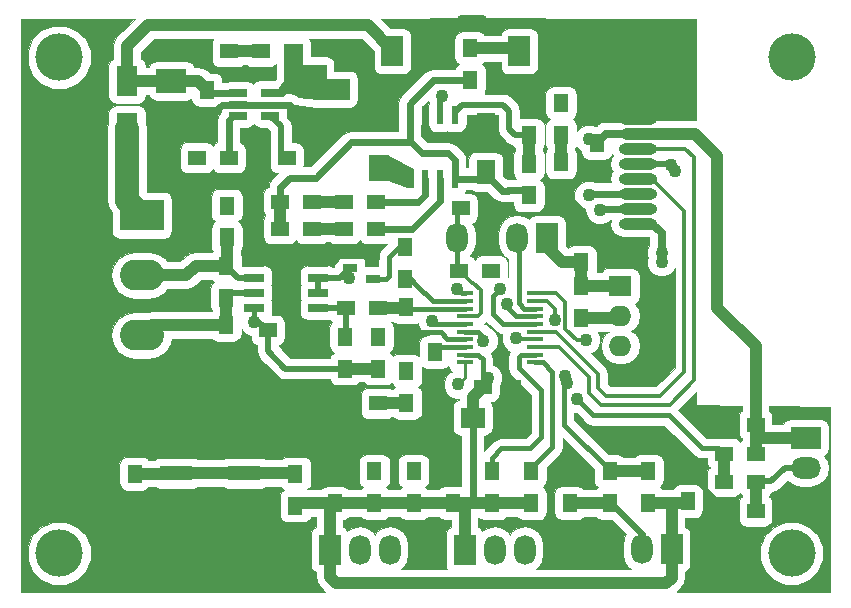
<source format=gtl>
G04 #@! TF.FileFunction,Copper,L1,Top,Signal*
%FSLAX46Y46*%
G04 Gerber Fmt 4.6, Leading zero omitted, Abs format (unit mm)*
G04 Created by KiCad (PCBNEW 4.0.6) date 01/12/18 15:47:40*
%MOMM*%
%LPD*%
G01*
G04 APERTURE LIST*
%ADD10C,0.100000*%
%ADD11C,4.000000*%
%ADD12R,1.600000X2.000000*%
%ADD13R,1.250000X1.500000*%
%ADD14R,2.500000X2.000000*%
%ADD15R,1.500000X1.250000*%
%ADD16R,2.000000X1.700000*%
%ADD17R,1.500000X1.300000*%
%ADD18R,1.450000X0.450000*%
%ADD19R,1.824000X2.524000*%
%ADD20O,1.824000X2.524000*%
%ADD21O,3.724000X2.624000*%
%ADD22R,3.724000X2.624000*%
%ADD23O,3.250000X0.950000*%
%ADD24R,1.254000X0.800100*%
%ADD25R,1.300000X1.500000*%
%ADD26R,2.754000X1.254000*%
%ADD27R,0.600000X1.550000*%
%ADD28R,1.560000X0.650000*%
%ADD29R,1.700000X0.700000*%
%ADD30R,1.800000X2.500000*%
%ADD31R,1.924000X1.724000*%
%ADD32O,1.924000X1.724000*%
%ADD33R,2.524000X1.824000*%
%ADD34O,2.524000X1.824000*%
%ADD35C,1.100000*%
%ADD36C,0.254000*%
%ADD37C,0.600000*%
%ADD38C,1.000000*%
%ADD39C,0.700000*%
%ADD40C,0.500000*%
%ADD41C,0.400000*%
%ADD42C,0.350000*%
%ADD43C,0.300000*%
%ADD44C,2.000000*%
G04 APERTURE END LIST*
D10*
D11*
X104000000Y-74000000D03*
X166000000Y-74000000D03*
X166000000Y-116000000D03*
D12*
X140100000Y-79700000D03*
X140100000Y-83700000D03*
D13*
X149500000Y-81250000D03*
X149500000Y-78750000D03*
X127900000Y-76750000D03*
X127900000Y-79250000D03*
D14*
X125100000Y-76100000D03*
X125100000Y-80100000D03*
D13*
X116500000Y-76750000D03*
X116500000Y-79250000D03*
D14*
X113500000Y-76000000D03*
X113500000Y-80000000D03*
D12*
X131000000Y-79300000D03*
X131000000Y-83300000D03*
D15*
X123250000Y-82500000D03*
X120750000Y-82500000D03*
X138015477Y-86800000D03*
X140515477Y-86800000D03*
D13*
X110400000Y-109250000D03*
X110400000Y-111750000D03*
X135800000Y-98950000D03*
X135800000Y-101450000D03*
D15*
X121650000Y-97100000D03*
X124150000Y-97100000D03*
X139850000Y-101900000D03*
X142350000Y-101900000D03*
D16*
X139000000Y-104500000D03*
X143000000Y-104500000D03*
D17*
X125400000Y-88500000D03*
X122700000Y-88500000D03*
X125400000Y-86250000D03*
X122700000Y-86250000D03*
X115650000Y-73500000D03*
X118350000Y-73500000D03*
X128250000Y-103300000D03*
X130950000Y-103300000D03*
D18*
X138350000Y-93975000D03*
X138350000Y-94625000D03*
X138350000Y-95275000D03*
X138350000Y-95925000D03*
X138350000Y-96575000D03*
X138350000Y-97225000D03*
X138350000Y-97875000D03*
X138350000Y-98525000D03*
X138350000Y-99175000D03*
X138350000Y-99825000D03*
X144250000Y-99825000D03*
X144250000Y-99175000D03*
X144250000Y-98525000D03*
X144250000Y-97875000D03*
X144250000Y-97225000D03*
X144250000Y-96575000D03*
X144250000Y-95925000D03*
X144250000Y-95275000D03*
X144250000Y-94625000D03*
X144250000Y-93975000D03*
D19*
X142960000Y-73500000D03*
D20*
X145500000Y-73500000D03*
D21*
X111000000Y-102620000D03*
X111000000Y-97540000D03*
X111000000Y-92460000D03*
D22*
X111000000Y-87380000D03*
D19*
X132210000Y-73500000D03*
D20*
X134750000Y-73500000D03*
D19*
X126890000Y-115700000D03*
D20*
X129430000Y-115700000D03*
X131970000Y-115700000D03*
X134510000Y-115700000D03*
D19*
X145280000Y-89300000D03*
D20*
X142740000Y-89300000D03*
X140200000Y-89300000D03*
X137660000Y-89300000D03*
D23*
X153000000Y-83000000D03*
X153000000Y-84270000D03*
X153000000Y-79190000D03*
X153050000Y-80460000D03*
X153000000Y-81730000D03*
X153000000Y-85540000D03*
X153000000Y-86810000D03*
X153000000Y-88080000D03*
D24*
X130600760Y-92750000D03*
X130600760Y-90850000D03*
X128600000Y-91800000D03*
D25*
X138800000Y-75950000D03*
X138800000Y-73250000D03*
D17*
X115650000Y-82500000D03*
X118350000Y-82500000D03*
D25*
X143750000Y-83000000D03*
X143750000Y-85700000D03*
D17*
X121050000Y-73500000D03*
X123750000Y-73500000D03*
X130800000Y-88500000D03*
X128100000Y-88500000D03*
X130800000Y-86250000D03*
X128100000Y-86250000D03*
D25*
X143750000Y-77900000D03*
X143750000Y-80600000D03*
X146500000Y-80600000D03*
X146500000Y-77900000D03*
X146500000Y-85600000D03*
X146500000Y-82900000D03*
D17*
X140550000Y-92100000D03*
X137850000Y-92100000D03*
D25*
X124000000Y-111950000D03*
X124000000Y-109250000D03*
X118180000Y-86550000D03*
X118180000Y-89250000D03*
X128200000Y-100350000D03*
X128200000Y-97650000D03*
X131000000Y-100350000D03*
X131000000Y-97650000D03*
D17*
X130950000Y-95200000D03*
X128250000Y-95200000D03*
D25*
X118100000Y-91650000D03*
X118100000Y-94350000D03*
X133350000Y-95150000D03*
X133350000Y-97850000D03*
X133400000Y-103250000D03*
X133400000Y-100550000D03*
X133300000Y-92750000D03*
X133300000Y-90050000D03*
X118100000Y-96650000D03*
X118100000Y-99350000D03*
X134002500Y-109050000D03*
X134002500Y-111750000D03*
X130685000Y-109050000D03*
X130685000Y-111750000D03*
D26*
X119680000Y-109200000D03*
X113920000Y-109200000D03*
X113920000Y-113200000D03*
X119680000Y-113200000D03*
D27*
X137505000Y-78900000D03*
X136235000Y-78900000D03*
X134965000Y-78900000D03*
X133695000Y-78900000D03*
X133695000Y-84300000D03*
X134965000Y-84300000D03*
X136235000Y-84300000D03*
X137505000Y-84300000D03*
D28*
X119150000Y-77050000D03*
X119150000Y-78000000D03*
X119150000Y-78950000D03*
X121850000Y-78950000D03*
X121850000Y-77050000D03*
D29*
X125900000Y-95205000D03*
X125900000Y-93935000D03*
X125900000Y-92665000D03*
X125900000Y-91395000D03*
X120500000Y-91395000D03*
X120500000Y-92665000D03*
X120500000Y-93935000D03*
X120500000Y-95205000D03*
D11*
X104000000Y-116000000D03*
D30*
X109750000Y-76000000D03*
X109750000Y-80000000D03*
D31*
X151500000Y-93380000D03*
D32*
X151500000Y-95920000D03*
X151500000Y-98460000D03*
X151500000Y-101000000D03*
D19*
X138320000Y-115700000D03*
D20*
X140860000Y-115700000D03*
X143400000Y-115700000D03*
X145940000Y-115700000D03*
D19*
X155840000Y-115650001D03*
D20*
X153300000Y-115650001D03*
X150760000Y-115650001D03*
D33*
X167200000Y-106220000D03*
D34*
X167200000Y-108760000D03*
X167200000Y-111300000D03*
D25*
X148200000Y-96050000D03*
X148200000Y-93350000D03*
X143955000Y-109050000D03*
X143955000Y-111750000D03*
X140637500Y-109050000D03*
X140637500Y-111750000D03*
X153857500Y-111750000D03*
X153857500Y-109050000D03*
D17*
X162950000Y-107550000D03*
X160250000Y-107550000D03*
D25*
X150590000Y-109050000D03*
X150590000Y-111750000D03*
D17*
X160250000Y-109925000D03*
X162950000Y-109925000D03*
D25*
X147222500Y-111750000D03*
X147222500Y-109050000D03*
D17*
X162950000Y-112400000D03*
X160250000Y-112400000D03*
D13*
X137295000Y-111750000D03*
X137295000Y-109250000D03*
X127342500Y-111750000D03*
X127342500Y-109250000D03*
D15*
X162950000Y-105100000D03*
X160450000Y-105100000D03*
D13*
X157200000Y-111584523D03*
X157200000Y-109084523D03*
X148200000Y-91350000D03*
X148200000Y-88850000D03*
D35*
X159475000Y-116625000D03*
X159475000Y-117450000D03*
X159425000Y-118300000D03*
X160250000Y-118850000D03*
X160275000Y-118000000D03*
X160275000Y-117100000D03*
X160300000Y-116200000D03*
X139725000Y-70900000D03*
X138200000Y-70900000D03*
X138975000Y-70900000D03*
X153764475Y-75725000D03*
X153375000Y-74930004D03*
X152844996Y-74400000D03*
X152400000Y-73955004D03*
X113500000Y-81800000D03*
X113461744Y-80871192D03*
X114825000Y-73000000D03*
X121550000Y-105550000D03*
X120775000Y-105200000D03*
X119925000Y-105150000D03*
X119100000Y-104975000D03*
X124900000Y-98225000D03*
X124150000Y-98000000D03*
X103700000Y-106300000D03*
X103800000Y-105375000D03*
X103900000Y-104425000D03*
X103950000Y-103575000D03*
X104000000Y-102675000D03*
X118650000Y-117225000D03*
X117775000Y-117150000D03*
X116900000Y-117150000D03*
X116000000Y-117150000D03*
X115125000Y-117150000D03*
X114250000Y-117050000D03*
X130000000Y-106000000D03*
X129125000Y-106000000D03*
X128250000Y-105725000D03*
X142800000Y-105475000D03*
X158725000Y-105100000D03*
X159525000Y-105100000D03*
X155425000Y-107025000D03*
X156200000Y-107500000D03*
X156775000Y-108275000D03*
X133350000Y-97850000D03*
X160450000Y-105100000D03*
X157200000Y-109084523D03*
X142000000Y-105500000D03*
X124150000Y-97100000D03*
X147222500Y-109050000D03*
X137295000Y-109250000D03*
X127342500Y-109250000D03*
X119680000Y-113200000D03*
X160250000Y-112400000D03*
X140100000Y-79700000D03*
X146500000Y-85600000D03*
X115650000Y-73500000D03*
X113500000Y-80000000D03*
X148850000Y-80925000D03*
X125796735Y-75634246D03*
X125952658Y-76480087D03*
X125100000Y-76900000D03*
X140268587Y-101149476D03*
X139850000Y-101900000D03*
X125100000Y-76100000D03*
X140550000Y-92100000D03*
X149500000Y-81250000D03*
X132675000Y-84050000D03*
X131825000Y-83775000D03*
X131000000Y-83300000D03*
X120500000Y-96400000D03*
X118180000Y-86550000D03*
X115650000Y-82500000D03*
X116500000Y-76750000D03*
X124000000Y-109250000D03*
X135600000Y-96300000D03*
X139904446Y-98010893D03*
X133400000Y-100550000D03*
X156156978Y-83664732D03*
X155800000Y-83100000D03*
X137800000Y-101700000D03*
X143955000Y-109050000D03*
X134002500Y-109050000D03*
X140637500Y-109050000D03*
X130685000Y-109050000D03*
X154992241Y-91325000D03*
X142677781Y-97788342D03*
X154992241Y-90569138D03*
X148831670Y-85667250D03*
X141283190Y-93621465D03*
X149767785Y-86893076D03*
X141907428Y-94905930D03*
X130988784Y-97502809D03*
X128500000Y-92700000D03*
X146500000Y-77900000D03*
X136400000Y-77300000D03*
X137700000Y-93600000D03*
X146850000Y-100975000D03*
X147000000Y-101600000D03*
X145936275Y-96257704D03*
X148577101Y-97932152D03*
X147812512Y-102911953D03*
D36*
X159425000Y-118300000D02*
X159425000Y-117500000D01*
X159425000Y-117500000D02*
X159475000Y-117450000D01*
X160275000Y-118000000D02*
X160275000Y-118825000D01*
X160275000Y-118825000D02*
X160250000Y-118850000D01*
X160300000Y-116200000D02*
X160300000Y-117075000D01*
X160300000Y-117075000D02*
X160275000Y-117100000D01*
D37*
X145000000Y-70900000D02*
X139725000Y-70900000D01*
D38*
X138975000Y-70900000D02*
X139725000Y-70900000D01*
D37*
X138200000Y-70900000D02*
X135488000Y-70900000D01*
D38*
X138975000Y-70900000D02*
X138200000Y-70900000D01*
X113500000Y-80000000D02*
X113500000Y-81800000D01*
X113500000Y-81800000D02*
X113500000Y-83900000D01*
D36*
X120775000Y-105200000D02*
X121200000Y-105200000D01*
X121200000Y-105200000D02*
X121550000Y-105550000D01*
X119100000Y-104975000D02*
X119750000Y-104975000D01*
X119750000Y-104975000D02*
X119925000Y-105150000D01*
X124150000Y-98000000D02*
X124675000Y-98000000D01*
X124675000Y-98000000D02*
X124900000Y-98225000D01*
X103800000Y-105375000D02*
X103800000Y-106200000D01*
X103800000Y-106200000D02*
X103700000Y-106300000D01*
X103950000Y-103575000D02*
X103950000Y-104375000D01*
X103950000Y-104375000D02*
X103900000Y-104425000D01*
X111000000Y-102620000D02*
X104055000Y-102620000D01*
X104055000Y-102620000D02*
X104000000Y-102675000D01*
X116900000Y-117150000D02*
X117775000Y-117150000D01*
X115125000Y-117150000D02*
X116000000Y-117150000D01*
X113920000Y-113200000D02*
X113920000Y-116720000D01*
X113920000Y-116720000D02*
X114250000Y-117050000D01*
D39*
X130000000Y-106000000D02*
X135795545Y-106000000D01*
D36*
X129125000Y-106000000D02*
X130000000Y-106000000D01*
D39*
X128250000Y-106000000D02*
X129125000Y-106000000D01*
D36*
X128250000Y-105725000D02*
X128850000Y-105725000D01*
X128850000Y-105725000D02*
X129125000Y-106000000D01*
D39*
X128250000Y-103300000D02*
X128250000Y-105725000D01*
D36*
X127342500Y-109250000D02*
X127342500Y-106632500D01*
D39*
X128250000Y-105725000D02*
X128250000Y-106000000D01*
D36*
X127342500Y-106632500D02*
X128250000Y-105725000D01*
X159525000Y-105100000D02*
X158725000Y-105100000D01*
X160450000Y-105100000D02*
X159525000Y-105100000D01*
X156775000Y-108275000D02*
X156775000Y-108075000D01*
X156775000Y-108075000D02*
X156200000Y-107500000D01*
D39*
X111000000Y-102620000D02*
X108438000Y-102620000D01*
X108438000Y-102620000D02*
X106700000Y-104358000D01*
X106700000Y-104358000D02*
X106700000Y-110300000D01*
X106700000Y-110300000D02*
X108150000Y-111750000D01*
X108150000Y-111750000D02*
X110400000Y-111750000D01*
D40*
X143000000Y-104500000D02*
X142000000Y-105500000D01*
D39*
X128250000Y-106000000D02*
X128250000Y-108342500D01*
X135795545Y-106000000D02*
X135800000Y-105995545D01*
X135800000Y-101450000D02*
X135800000Y-105995545D01*
X135800000Y-105995545D02*
X137295000Y-107490545D01*
X137295000Y-107490545D02*
X137295000Y-109250000D01*
X128250000Y-108342500D02*
X127342500Y-109250000D01*
D40*
X124100000Y-103300000D02*
X120150000Y-99350000D01*
X120150000Y-99350000D02*
X118100000Y-99350000D01*
X128250000Y-103300000D02*
X124100000Y-103300000D01*
D37*
X143600000Y-104500000D02*
X143000000Y-104500000D01*
D38*
X113920000Y-113200000D02*
X111850000Y-113200000D01*
X111850000Y-113200000D02*
X110400000Y-111750000D01*
X119680000Y-113200000D02*
X113920000Y-113200000D01*
D41*
X157200000Y-109084523D02*
X157200000Y-109142204D01*
X157200000Y-109142204D02*
X160250000Y-112192204D01*
X160250000Y-112192204D02*
X160250000Y-112400000D01*
D38*
X145940000Y-115700000D02*
X150710001Y-115700000D01*
X150710001Y-115700000D02*
X150760000Y-115650001D01*
D41*
X138350000Y-97875000D02*
X136858185Y-97875000D01*
X133800114Y-97299886D02*
X133350000Y-97750000D01*
X136858185Y-97875000D02*
X136283071Y-97299886D01*
X136283071Y-97299886D02*
X133800114Y-97299886D01*
X133350000Y-97750000D02*
X133350000Y-97850000D01*
D40*
X125900000Y-91395000D02*
X124200000Y-91395000D01*
X124200000Y-91395000D02*
X120500000Y-91395000D01*
D41*
X124150000Y-91445000D02*
X124200000Y-91395000D01*
X124150000Y-97100000D02*
X124150000Y-91445000D01*
D40*
X120500000Y-91395000D02*
X120500000Y-82750000D01*
X120500000Y-82750000D02*
X120750000Y-82500000D01*
D38*
X111000000Y-102620000D02*
X114830000Y-102620000D01*
X114830000Y-102620000D02*
X118100000Y-99350000D01*
D41*
X130600760Y-90850000D02*
X128000000Y-90850000D01*
X125900000Y-91395000D02*
X127150000Y-91395000D01*
X127695000Y-90850000D02*
X128000000Y-90850000D01*
X127150000Y-91395000D02*
X127695000Y-90850000D01*
D38*
X140515477Y-86800000D02*
X140515477Y-88984523D01*
X140515477Y-88984523D02*
X140200000Y-89300000D01*
X143000000Y-104500000D02*
X143000000Y-102550000D01*
X143000000Y-102550000D02*
X142350000Y-101900000D01*
X148200000Y-88850000D02*
X148200000Y-87300000D01*
X148200000Y-87300000D02*
X146500000Y-85600000D01*
D39*
X149500000Y-74600000D02*
X148400000Y-73500000D01*
X148400000Y-73500000D02*
X145500000Y-73500000D01*
X149500000Y-78750000D02*
X149500000Y-74600000D01*
X153000000Y-79190000D02*
X149940000Y-79190000D01*
X149940000Y-79190000D02*
X149500000Y-78750000D01*
D38*
X113500000Y-83900000D02*
X114100000Y-84500000D01*
X114100000Y-84500000D02*
X120096169Y-84500000D01*
X120096169Y-84500000D02*
X120750000Y-83846169D01*
X120750000Y-83846169D02*
X120750000Y-82500000D01*
D37*
X134750000Y-73500000D02*
X134750000Y-74808224D01*
X134750000Y-74808224D02*
X133358224Y-76200000D01*
X133358224Y-76200000D02*
X131700000Y-76200000D01*
X131700000Y-76200000D02*
X131000000Y-76900000D01*
X131000000Y-76900000D02*
X131000000Y-79300000D01*
X145500000Y-73500000D02*
X145500000Y-71400000D01*
X145500000Y-71400000D02*
X145000000Y-70900000D01*
X135488000Y-70900000D02*
X134750000Y-71638000D01*
X134750000Y-71638000D02*
X134750000Y-73500000D01*
X134965000Y-78900000D02*
X134965000Y-80275000D01*
X134965000Y-80275000D02*
X135490000Y-80800000D01*
X135490000Y-80800000D02*
X139000000Y-80800000D01*
X139000000Y-80800000D02*
X140100000Y-79700000D01*
X145500000Y-73500000D02*
X145500000Y-75300000D01*
X145500000Y-75300000D02*
X143750000Y-77050000D01*
X143750000Y-77050000D02*
X143750000Y-77900000D01*
X134965000Y-73715000D02*
X134750000Y-73500000D01*
D38*
X127900000Y-79250000D02*
X130950000Y-79250000D01*
X130950000Y-79250000D02*
X131000000Y-79300000D01*
D37*
X119150000Y-78000000D02*
X123400000Y-78000000D01*
X123500000Y-78000000D02*
X123400000Y-78000000D01*
X125100000Y-79600000D02*
X123500000Y-78000000D01*
X125100000Y-80100000D02*
X125100000Y-79600000D01*
D38*
X125100000Y-80100000D02*
X127050000Y-80100000D01*
X127050000Y-80100000D02*
X127900000Y-79250000D01*
X113500000Y-80000000D02*
X115750000Y-80000000D01*
X115750000Y-80000000D02*
X116500000Y-79250000D01*
D37*
X119150000Y-78000000D02*
X117750000Y-78000000D01*
X117750000Y-78000000D02*
X116500000Y-79250000D01*
X143750000Y-85700000D02*
X143321687Y-85271687D01*
X143321687Y-85271687D02*
X142016571Y-85271687D01*
X142016571Y-85271687D02*
X142001663Y-85286595D01*
X142001663Y-85286595D02*
X141486595Y-85286595D01*
X141486595Y-85286595D02*
X140100000Y-83900000D01*
X140100000Y-83900000D02*
X140100000Y-83700000D01*
X122700000Y-86250000D02*
X122700000Y-85000000D01*
X122700000Y-85000000D02*
X123500000Y-84200000D01*
X128707059Y-81192941D02*
X133570314Y-81192941D01*
X123500000Y-84200000D02*
X125700000Y-84200000D01*
X125700000Y-84200000D02*
X128707059Y-81192941D01*
X133570314Y-81192941D02*
X133695000Y-81068255D01*
D38*
X122700000Y-86250000D02*
X122700000Y-88500000D01*
D37*
X137505000Y-84300000D02*
X139500000Y-84300000D01*
X139500000Y-84300000D02*
X140100000Y-83700000D01*
X138800000Y-75950000D02*
X135667047Y-75950000D01*
X135667047Y-75950000D02*
X133695000Y-77922047D01*
X133695000Y-77922047D02*
X133695000Y-78900000D01*
X133695000Y-78900000D02*
X133695000Y-81068255D01*
X133695000Y-81068255D02*
X134749808Y-82123063D01*
X134749808Y-82123063D02*
X136895027Y-82123063D01*
X136895027Y-82123063D02*
X137505000Y-82733036D01*
X137505000Y-82733036D02*
X137505000Y-84300000D01*
D36*
X139718588Y-101699475D02*
X140268587Y-101149476D01*
X139718588Y-101768588D02*
X139718588Y-101699475D01*
X139850000Y-101900000D02*
X139718588Y-101768588D01*
D38*
X153050000Y-80460000D02*
X157800000Y-80460000D01*
X159700000Y-95200000D02*
X159700000Y-82360000D01*
X159700000Y-82360000D02*
X157800000Y-80460000D01*
X162950000Y-98450000D02*
X159700000Y-95200000D01*
X162950000Y-105100000D02*
X162950000Y-98450000D01*
X148200000Y-91350000D02*
X146601901Y-91350000D01*
X146601901Y-91350000D02*
X145280000Y-90028099D01*
X145280000Y-90028099D02*
X145280000Y-89300000D01*
X140637500Y-111750000D02*
X138900000Y-111750000D01*
X138900000Y-111750000D02*
X138400000Y-111750000D01*
D37*
X139000000Y-104500000D02*
X139000000Y-111650000D01*
X139000000Y-111650000D02*
X138900000Y-111750000D01*
D38*
X155840000Y-115650001D02*
X155840000Y-118060000D01*
X155840000Y-118060000D02*
X155400000Y-118500000D01*
X155400000Y-118500000D02*
X127428000Y-118500000D01*
X127428000Y-118500000D02*
X126890000Y-117962000D01*
X126890000Y-117962000D02*
X126890000Y-115700000D01*
X138400000Y-111750000D02*
X137295000Y-111750000D01*
X138320000Y-115700000D02*
X138320000Y-111830000D01*
X138320000Y-111830000D02*
X138400000Y-111750000D01*
X126890000Y-115700000D02*
X126890000Y-112202500D01*
X126890000Y-112202500D02*
X127342500Y-111750000D01*
X127342500Y-111750000D02*
X124200000Y-111750000D01*
X124200000Y-111750000D02*
X124000000Y-111950000D01*
X130685000Y-111750000D02*
X127342500Y-111750000D01*
X134002500Y-111750000D02*
X130685000Y-111750000D01*
X137295000Y-111750000D02*
X134002500Y-111750000D01*
X143955000Y-111750000D02*
X140637500Y-111750000D01*
X162950000Y-105100000D02*
X162950000Y-106300000D01*
X162950000Y-106300000D02*
X162950000Y-107550000D01*
X163030000Y-106220000D02*
X162950000Y-106300000D01*
X167200000Y-106220000D02*
X163030000Y-106220000D01*
X153857500Y-111750000D02*
X155900000Y-111750000D01*
X155900000Y-111750000D02*
X157034523Y-111750000D01*
X155840000Y-115650001D02*
X155840000Y-111810000D01*
X155840000Y-111810000D02*
X155900000Y-111750000D01*
X157034523Y-111750000D02*
X157200000Y-111584523D01*
X139000000Y-104500000D02*
X139000000Y-102750000D01*
X139000000Y-102750000D02*
X139850000Y-101900000D01*
D41*
X139850000Y-101900000D02*
X139850000Y-99550000D01*
X139850000Y-99550000D02*
X139475000Y-99175000D01*
X139475000Y-99175000D02*
X138350000Y-99175000D01*
D38*
X148200000Y-93350000D02*
X151470000Y-93350000D01*
X151470000Y-93350000D02*
X151500000Y-93380000D01*
X148200000Y-91350000D02*
X148200000Y-93350000D01*
D39*
X153050000Y-80460000D02*
X150290000Y-80460000D01*
X150290000Y-80460000D02*
X149500000Y-81250000D01*
D37*
X121850000Y-77050000D02*
X122856443Y-77050000D01*
X122856443Y-77050000D02*
X123806443Y-76100000D01*
X123806443Y-76100000D02*
X125100000Y-76100000D01*
X123750000Y-73500000D02*
X123750000Y-74750000D01*
X123750000Y-74750000D02*
X125100000Y-76100000D01*
X127900000Y-76750000D02*
X125750000Y-76750000D01*
X125750000Y-76750000D02*
X125100000Y-76100000D01*
D38*
X131825000Y-83775000D02*
X132400000Y-83775000D01*
X132400000Y-83775000D02*
X132675000Y-84050000D01*
D40*
X123150000Y-100350000D02*
X121650000Y-98850000D01*
X121650000Y-98850000D02*
X121650000Y-97100000D01*
X128200000Y-100350000D02*
X123150000Y-100350000D01*
D36*
X120500000Y-95205000D02*
X120500000Y-96400000D01*
D41*
X120500000Y-95205000D02*
X120500000Y-95950000D01*
X120500000Y-95950000D02*
X121650000Y-97100000D01*
D38*
X128200000Y-100350000D02*
X131000000Y-100350000D01*
X111500000Y-71300000D02*
X109750000Y-73050000D01*
X109750000Y-73050000D02*
X109750000Y-76000000D01*
X130100000Y-71300000D02*
X111500000Y-71300000D01*
X132210000Y-73410000D02*
X130100000Y-71300000D01*
X132210000Y-73500000D02*
X132210000Y-73410000D01*
D37*
X133695000Y-83895000D02*
X133100000Y-83300000D01*
X133100000Y-83300000D02*
X131000000Y-83300000D01*
X133695000Y-84300000D02*
X133695000Y-83895000D01*
X119150000Y-77050000D02*
X116800000Y-77050000D01*
X116800000Y-77050000D02*
X116500000Y-76750000D01*
D38*
X113500000Y-76000000D02*
X115750000Y-76000000D01*
X115750000Y-76000000D02*
X116500000Y-76750000D01*
X109750000Y-76000000D02*
X113500000Y-76000000D01*
D40*
X121850000Y-78950000D02*
X122743759Y-79843759D01*
X122743759Y-79843759D02*
X122743759Y-81993759D01*
X122743759Y-81993759D02*
X123250000Y-82500000D01*
D42*
X137850000Y-92100000D02*
X137950000Y-92100000D01*
X137950000Y-92100000D02*
X138950000Y-93100000D01*
X138950000Y-93100000D02*
X139061651Y-93100000D01*
X139699618Y-93737967D02*
X139699618Y-95650382D01*
X139061651Y-93100000D02*
X139699618Y-93737967D01*
X139699618Y-95650382D02*
X139425000Y-95925000D01*
X139425000Y-95925000D02*
X138350000Y-95925000D01*
D41*
X137660000Y-89300000D02*
X137660000Y-87155477D01*
X137660000Y-87155477D02*
X138015477Y-86800000D01*
X137660000Y-89300000D02*
X137660000Y-91910000D01*
X137660000Y-91910000D02*
X137850000Y-92100000D01*
X138350000Y-96575000D02*
X135875000Y-96575000D01*
X135875000Y-96575000D02*
X135600000Y-96300000D01*
D38*
X119680000Y-109200000D02*
X123950000Y-109200000D01*
X123950000Y-109200000D02*
X124000000Y-109250000D01*
X113920000Y-109200000D02*
X119680000Y-109200000D01*
X110400000Y-109250000D02*
X113870000Y-109250000D01*
X113870000Y-109250000D02*
X113920000Y-109200000D01*
D41*
X138350000Y-98525000D02*
X136225000Y-98525000D01*
X136225000Y-98525000D02*
X135800000Y-98950000D01*
X135825000Y-98525000D02*
X135800000Y-98550000D01*
D38*
X125400000Y-88500000D02*
X128100000Y-88500000D01*
X125400000Y-86250000D02*
X128100000Y-86250000D01*
X121050000Y-73500000D02*
X118350000Y-73500000D01*
X133400000Y-103250000D02*
X131000000Y-103250000D01*
X131000000Y-103250000D02*
X130950000Y-103300000D01*
D41*
X138350000Y-94625000D02*
X135625000Y-94625000D01*
X134242699Y-93242699D02*
X134242699Y-93240657D01*
X133752042Y-92750000D02*
X133300000Y-92750000D01*
X134242699Y-93240657D02*
X133752042Y-92750000D01*
X135625000Y-94625000D02*
X134242699Y-93242699D01*
X133475000Y-95275000D02*
X133350000Y-95150000D01*
X138350000Y-95275000D02*
X133475000Y-95275000D01*
D38*
X130950000Y-95200000D02*
X133300000Y-95200000D01*
X133300000Y-95200000D02*
X133350000Y-95150000D01*
D41*
X139475000Y-97225000D02*
X139904446Y-97654446D01*
X139904446Y-97654446D02*
X139904446Y-98010893D01*
X138350000Y-97225000D02*
X139475000Y-97225000D01*
D36*
X155800000Y-83100000D02*
X156156978Y-83456978D01*
X156156978Y-83456978D02*
X156156978Y-83664732D01*
D40*
X153000000Y-83000000D02*
X155700000Y-83000000D01*
X155700000Y-83000000D02*
X155800000Y-83100000D01*
D36*
X138350000Y-99825000D02*
X138350000Y-101150000D01*
X138350000Y-101150000D02*
X137800000Y-101700000D01*
D41*
X144250000Y-99825000D02*
X144925000Y-99825000D01*
X144925000Y-99825000D02*
X145749468Y-100649468D01*
X145749468Y-100649468D02*
X145749468Y-106971501D01*
X145749468Y-106971501D02*
X143955000Y-108765969D01*
X143955000Y-108765969D02*
X143955000Y-109050000D01*
X144250000Y-99175000D02*
X143125000Y-99175000D01*
X142895310Y-99404690D02*
X142895310Y-100283139D01*
X143125000Y-99175000D02*
X142895310Y-99404690D01*
X142895310Y-100283139D02*
X144803350Y-102191179D01*
X144803350Y-102191179D02*
X144803350Y-106139671D01*
X144803350Y-106139671D02*
X143845414Y-107097607D01*
X143845414Y-107097607D02*
X141439893Y-107097607D01*
X141439893Y-107097607D02*
X140637500Y-107900000D01*
X140637500Y-107900000D02*
X140637500Y-109050000D01*
D43*
X153000000Y-81730000D02*
X157011087Y-81730000D01*
X157011087Y-81730000D02*
X157763361Y-82482274D01*
X157763361Y-82482274D02*
X157763361Y-101328037D01*
X157763361Y-101328037D02*
X155680122Y-103411276D01*
X155680122Y-103411276D02*
X149879046Y-103411276D01*
X149879046Y-103411276D02*
X148885910Y-102418140D01*
X148885910Y-102418140D02*
X148885910Y-101090508D01*
X146320402Y-98525000D02*
X144250000Y-98525000D01*
X148885910Y-101090508D02*
X146320402Y-98525000D01*
D36*
X154992241Y-90569138D02*
X154992241Y-91325000D01*
D42*
X142764439Y-97875000D02*
X142677781Y-97788342D01*
X144250000Y-97875000D02*
X142764439Y-97875000D01*
D39*
X153000000Y-88080000D02*
X154189006Y-88080000D01*
X154189006Y-88080000D02*
X154992241Y-88883235D01*
X154992241Y-88883235D02*
X154992241Y-90569138D01*
D37*
X153000000Y-88080000D02*
X154150000Y-88080000D01*
D43*
X144250000Y-97225000D02*
X146019673Y-97225000D01*
X154150000Y-84270000D02*
X153000000Y-84270000D01*
X146019673Y-97225000D02*
X149602706Y-100808033D01*
X150305179Y-102669764D02*
X154880682Y-102669764D01*
X149602706Y-100808033D02*
X149602706Y-101967291D01*
X149602706Y-101967291D02*
X150305179Y-102669764D01*
X156922816Y-100627630D02*
X156922816Y-87042816D01*
X156922816Y-87042816D02*
X154150000Y-84270000D01*
X154880682Y-102669764D02*
X156922816Y-100627630D01*
D37*
X153000000Y-85540000D02*
X148958920Y-85540000D01*
X148958920Y-85540000D02*
X148831670Y-85667250D01*
D41*
X140733191Y-94171464D02*
X141283190Y-93621465D01*
X141595131Y-96575000D02*
X140733191Y-95713060D01*
X144250000Y-96575000D02*
X141595131Y-96575000D01*
X140733191Y-95713060D02*
X140733191Y-94171464D01*
D37*
X149850861Y-86810000D02*
X149767785Y-86893076D01*
X153000000Y-86810000D02*
X149850861Y-86810000D01*
D41*
X144250000Y-95925000D02*
X142689238Y-95925000D01*
X142689238Y-95925000D02*
X141907428Y-95143190D01*
X141907428Y-95143190D02*
X141907428Y-94905930D01*
X144250000Y-95275000D02*
X143361422Y-95275000D01*
X142900000Y-89460000D02*
X142740000Y-89300000D01*
X143361422Y-95275000D02*
X142900000Y-94813578D01*
X142900000Y-94813578D02*
X142900000Y-89460000D01*
D38*
X138800000Y-73250000D02*
X142710000Y-73250000D01*
X142710000Y-73250000D02*
X142960000Y-73500000D01*
X118100000Y-96650000D02*
X111890000Y-96650000D01*
X111890000Y-96650000D02*
X111000000Y-97540000D01*
X118100000Y-96650000D02*
X118100000Y-94350000D01*
D40*
X120500000Y-93935000D02*
X118515000Y-93935000D01*
X118515000Y-93935000D02*
X118100000Y-94350000D01*
D38*
X114740000Y-92460000D02*
X115550000Y-91650000D01*
X115550000Y-91650000D02*
X118100000Y-91650000D01*
X111000000Y-92460000D02*
X114740000Y-92460000D01*
X118180000Y-89250000D02*
X118180000Y-91570000D01*
X118180000Y-91570000D02*
X118100000Y-91650000D01*
D40*
X120500000Y-92665000D02*
X119115000Y-92665000D01*
X119115000Y-92665000D02*
X118100000Y-91650000D01*
D41*
X130600760Y-92750000D02*
X131627760Y-92750000D01*
X131627760Y-92750000D02*
X131900000Y-92477760D01*
X131900000Y-92477760D02*
X131900000Y-90897086D01*
X131900000Y-90897086D02*
X132747086Y-90050000D01*
X132747086Y-90050000D02*
X133300000Y-90050000D01*
X128500000Y-92700000D02*
X128500000Y-91900000D01*
X128500000Y-91900000D02*
X128600000Y-91800000D01*
D40*
X125900000Y-92665000D02*
X127735000Y-92665000D01*
X127735000Y-92665000D02*
X128600000Y-91800000D01*
X125900000Y-93935000D02*
X125900000Y-92665000D01*
D37*
X118750000Y-78950000D02*
X118350000Y-79350000D01*
X118350000Y-79350000D02*
X118350000Y-82500000D01*
X119150000Y-78950000D02*
X118750000Y-78950000D01*
D40*
X137505000Y-78900000D02*
X137505000Y-78595000D01*
X137505000Y-78595000D02*
X138100000Y-78000000D01*
X138100000Y-78000000D02*
X141569359Y-78000000D01*
X141569359Y-78000000D02*
X142100000Y-78530641D01*
X142100000Y-78530641D02*
X142100000Y-80100000D01*
X142100000Y-80100000D02*
X142600000Y-80600000D01*
X142600000Y-80600000D02*
X143750000Y-80600000D01*
D38*
X143750000Y-80600000D02*
X143750000Y-83000000D01*
D37*
X133900000Y-88500000D02*
X136235000Y-86165000D01*
X136235000Y-86165000D02*
X136235000Y-84300000D01*
X130800000Y-88500000D02*
X133900000Y-88500000D01*
X134965000Y-84300000D02*
X134965000Y-85675000D01*
X134965000Y-85675000D02*
X134390000Y-86250000D01*
X134390000Y-86250000D02*
X132150000Y-86250000D01*
X132150000Y-86250000D02*
X130800000Y-86250000D01*
D38*
X146500000Y-80600000D02*
X146500000Y-82900000D01*
D40*
X136235000Y-78900000D02*
X136235000Y-77465000D01*
X136235000Y-77465000D02*
X136400000Y-77300000D01*
X128250000Y-95200000D02*
X128250000Y-97600000D01*
X128250000Y-97600000D02*
X128200000Y-97650000D01*
X125900000Y-95205000D02*
X128245000Y-95205000D01*
X128245000Y-95205000D02*
X128250000Y-95200000D01*
D44*
X109750000Y-80000000D02*
X109750000Y-86130000D01*
X109750000Y-86130000D02*
X111000000Y-87380000D01*
D41*
X138350000Y-93975000D02*
X138075000Y-93975000D01*
X138075000Y-93975000D02*
X137700000Y-93600000D01*
D38*
X148200000Y-96050000D02*
X151370000Y-96050000D01*
X151370000Y-96050000D02*
X151500000Y-95920000D01*
D41*
X150590000Y-109050000D02*
X150590000Y-108950000D01*
X150590000Y-108950000D02*
X146738735Y-105098735D01*
X146738735Y-105098735D02*
X146738735Y-101861265D01*
X146738735Y-101861265D02*
X147000000Y-101600000D01*
D43*
X145936275Y-95286275D02*
X145936275Y-95479887D01*
X145936275Y-95479887D02*
X145936275Y-96257704D01*
X145275000Y-94625000D02*
X145936275Y-95286275D01*
X144250000Y-94625000D02*
X145275000Y-94625000D01*
D38*
X150590000Y-109050000D02*
X153857500Y-109050000D01*
D43*
X147799284Y-97932152D02*
X148577101Y-97932152D01*
X146859323Y-96992191D02*
X147799284Y-97932152D01*
X146075000Y-93975000D02*
X146859323Y-94759323D01*
X144250000Y-93975000D02*
X146075000Y-93975000D01*
X146859323Y-94759323D02*
X146859323Y-96992191D01*
D41*
X160250000Y-107550000D02*
X159789656Y-107089656D01*
X159789656Y-107089656D02*
X158382490Y-107089656D01*
X149205020Y-104304461D02*
X147818026Y-102917467D01*
X158382490Y-107089656D02*
X155597295Y-104304461D01*
X155597295Y-104304461D02*
X149205020Y-104304461D01*
X147818026Y-102917467D02*
X147812512Y-102911953D01*
D43*
X160142323Y-107550000D02*
X160250000Y-107550000D01*
D38*
X160250000Y-109925000D02*
X160250000Y-107550000D01*
X147222500Y-111750000D02*
X150590000Y-111750000D01*
D37*
X150590000Y-111750000D02*
X150729315Y-111750000D01*
X150729315Y-111750000D02*
X153300000Y-114320685D01*
X153300000Y-114320685D02*
X153300000Y-115650001D01*
D38*
X162950000Y-109925000D02*
X162950000Y-112400000D01*
D40*
X167200000Y-108760000D02*
X165438000Y-108760000D01*
X164298000Y-109900000D02*
X163075000Y-109900000D01*
X165438000Y-108760000D02*
X164298000Y-109900000D01*
X163075000Y-109900000D02*
X163050000Y-109925000D01*
X163050000Y-109925000D02*
X162950000Y-109925000D01*
D10*
G36*
X169251000Y-103637524D02*
X169251000Y-119251000D01*
X156309286Y-119251000D01*
X156670143Y-118890143D01*
X156924635Y-118509271D01*
X157014000Y-118060000D01*
X157014000Y-117544338D01*
X157231167Y-117404594D01*
X157385062Y-117179362D01*
X157439204Y-116912001D01*
X157439204Y-116529558D01*
X163325537Y-116529558D01*
X163731771Y-117512721D01*
X164483323Y-118265585D01*
X165465775Y-118673535D01*
X166529558Y-118674463D01*
X167512721Y-118268229D01*
X168265585Y-117516677D01*
X168673535Y-116534225D01*
X168674463Y-115470442D01*
X168268229Y-114487279D01*
X167516677Y-113734415D01*
X166534225Y-113326465D01*
X165470442Y-113325537D01*
X164487279Y-113731771D01*
X163734415Y-114483323D01*
X163326465Y-115465775D01*
X163325537Y-116529558D01*
X157439204Y-116529558D01*
X157439204Y-114388001D01*
X157392207Y-114138232D01*
X157244593Y-113908834D01*
X157019361Y-113754939D01*
X157014000Y-113753853D01*
X157014000Y-113021727D01*
X157825000Y-113021727D01*
X158074769Y-112974730D01*
X158304167Y-112827116D01*
X158458062Y-112601884D01*
X158512204Y-112334523D01*
X158512204Y-110834523D01*
X158465207Y-110584754D01*
X158317593Y-110355356D01*
X158092361Y-110201461D01*
X157825000Y-110147319D01*
X156575000Y-110147319D01*
X156325231Y-110194316D01*
X156095833Y-110341930D01*
X155941938Y-110567162D01*
X155940148Y-110576000D01*
X155035592Y-110576000D01*
X155000093Y-110520833D01*
X154821553Y-110398841D01*
X154986667Y-110292593D01*
X155140562Y-110067361D01*
X155194704Y-109800000D01*
X155194704Y-108300000D01*
X155147707Y-108050231D01*
X155000093Y-107820833D01*
X154774861Y-107666938D01*
X154507500Y-107612796D01*
X153207500Y-107612796D01*
X152957731Y-107659793D01*
X152728333Y-107807407D01*
X152681465Y-107876000D01*
X151768092Y-107876000D01*
X151732593Y-107820833D01*
X151507361Y-107666938D01*
X151240000Y-107612796D01*
X150488818Y-107612796D01*
X147612735Y-104736713D01*
X147612735Y-104135779D01*
X147800479Y-104135943D01*
X148587009Y-104922473D01*
X148870554Y-105111932D01*
X149205020Y-105178461D01*
X155235273Y-105178461D01*
X157764479Y-107707668D01*
X158048025Y-107897127D01*
X158382490Y-107963656D01*
X158812796Y-107963656D01*
X158812796Y-108200000D01*
X158859793Y-108449769D01*
X159007407Y-108679167D01*
X159076000Y-108726035D01*
X159076000Y-108746908D01*
X159020833Y-108782407D01*
X158866938Y-109007639D01*
X158812796Y-109275000D01*
X158812796Y-110575000D01*
X158859793Y-110824769D01*
X159007407Y-111054167D01*
X159232639Y-111208062D01*
X159500000Y-111262204D01*
X161000000Y-111262204D01*
X161249769Y-111215207D01*
X161479167Y-111067593D01*
X161601159Y-110889053D01*
X161707407Y-111054167D01*
X161776000Y-111101035D01*
X161776000Y-111221908D01*
X161720833Y-111257407D01*
X161566938Y-111482639D01*
X161512796Y-111750000D01*
X161512796Y-113050000D01*
X161559793Y-113299769D01*
X161707407Y-113529167D01*
X161932639Y-113683062D01*
X162200000Y-113737204D01*
X163700000Y-113737204D01*
X163949769Y-113690207D01*
X164179167Y-113542593D01*
X164333062Y-113317361D01*
X164387204Y-113050000D01*
X164387204Y-111750000D01*
X164340207Y-111500231D01*
X164192593Y-111270833D01*
X164124000Y-111223965D01*
X164124000Y-111103092D01*
X164179167Y-111067593D01*
X164333062Y-110842361D01*
X164338408Y-110815962D01*
X164651600Y-110753665D01*
X164951367Y-110553367D01*
X165663629Y-109841104D01*
X165690601Y-109881471D01*
X166205136Y-110225273D01*
X166812072Y-110346000D01*
X167587928Y-110346000D01*
X168194864Y-110225273D01*
X168709399Y-109881471D01*
X169053201Y-109366936D01*
X169173928Y-108760000D01*
X169053201Y-108153064D01*
X168772575Y-107733079D01*
X168941167Y-107624593D01*
X169095062Y-107399361D01*
X169149204Y-107132000D01*
X169149204Y-105308000D01*
X169102207Y-105058231D01*
X168954593Y-104828833D01*
X168729361Y-104674938D01*
X168462000Y-104620796D01*
X165938000Y-104620796D01*
X165688231Y-104667793D01*
X165458833Y-104815407D01*
X165304938Y-105040639D01*
X165303852Y-105046000D01*
X164387204Y-105046000D01*
X164387204Y-104475000D01*
X164340207Y-104225231D01*
X164192593Y-103995833D01*
X164124000Y-103948965D01*
X164124000Y-103552074D01*
X169251000Y-103637524D01*
X169251000Y-103637524D01*
G37*
X169251000Y-103637524D02*
X169251000Y-119251000D01*
X156309286Y-119251000D01*
X156670143Y-118890143D01*
X156924635Y-118509271D01*
X157014000Y-118060000D01*
X157014000Y-117544338D01*
X157231167Y-117404594D01*
X157385062Y-117179362D01*
X157439204Y-116912001D01*
X157439204Y-116529558D01*
X163325537Y-116529558D01*
X163731771Y-117512721D01*
X164483323Y-118265585D01*
X165465775Y-118673535D01*
X166529558Y-118674463D01*
X167512721Y-118268229D01*
X168265585Y-117516677D01*
X168673535Y-116534225D01*
X168674463Y-115470442D01*
X168268229Y-114487279D01*
X167516677Y-113734415D01*
X166534225Y-113326465D01*
X165470442Y-113325537D01*
X164487279Y-113731771D01*
X163734415Y-114483323D01*
X163326465Y-115465775D01*
X163325537Y-116529558D01*
X157439204Y-116529558D01*
X157439204Y-114388001D01*
X157392207Y-114138232D01*
X157244593Y-113908834D01*
X157019361Y-113754939D01*
X157014000Y-113753853D01*
X157014000Y-113021727D01*
X157825000Y-113021727D01*
X158074769Y-112974730D01*
X158304167Y-112827116D01*
X158458062Y-112601884D01*
X158512204Y-112334523D01*
X158512204Y-110834523D01*
X158465207Y-110584754D01*
X158317593Y-110355356D01*
X158092361Y-110201461D01*
X157825000Y-110147319D01*
X156575000Y-110147319D01*
X156325231Y-110194316D01*
X156095833Y-110341930D01*
X155941938Y-110567162D01*
X155940148Y-110576000D01*
X155035592Y-110576000D01*
X155000093Y-110520833D01*
X154821553Y-110398841D01*
X154986667Y-110292593D01*
X155140562Y-110067361D01*
X155194704Y-109800000D01*
X155194704Y-108300000D01*
X155147707Y-108050231D01*
X155000093Y-107820833D01*
X154774861Y-107666938D01*
X154507500Y-107612796D01*
X153207500Y-107612796D01*
X152957731Y-107659793D01*
X152728333Y-107807407D01*
X152681465Y-107876000D01*
X151768092Y-107876000D01*
X151732593Y-107820833D01*
X151507361Y-107666938D01*
X151240000Y-107612796D01*
X150488818Y-107612796D01*
X147612735Y-104736713D01*
X147612735Y-104135779D01*
X147800479Y-104135943D01*
X148587009Y-104922473D01*
X148870554Y-105111932D01*
X149205020Y-105178461D01*
X155235273Y-105178461D01*
X157764479Y-107707668D01*
X158048025Y-107897127D01*
X158382490Y-107963656D01*
X158812796Y-107963656D01*
X158812796Y-108200000D01*
X158859793Y-108449769D01*
X159007407Y-108679167D01*
X159076000Y-108726035D01*
X159076000Y-108746908D01*
X159020833Y-108782407D01*
X158866938Y-109007639D01*
X158812796Y-109275000D01*
X158812796Y-110575000D01*
X158859793Y-110824769D01*
X159007407Y-111054167D01*
X159232639Y-111208062D01*
X159500000Y-111262204D01*
X161000000Y-111262204D01*
X161249769Y-111215207D01*
X161479167Y-111067593D01*
X161601159Y-110889053D01*
X161707407Y-111054167D01*
X161776000Y-111101035D01*
X161776000Y-111221908D01*
X161720833Y-111257407D01*
X161566938Y-111482639D01*
X161512796Y-111750000D01*
X161512796Y-113050000D01*
X161559793Y-113299769D01*
X161707407Y-113529167D01*
X161932639Y-113683062D01*
X162200000Y-113737204D01*
X163700000Y-113737204D01*
X163949769Y-113690207D01*
X164179167Y-113542593D01*
X164333062Y-113317361D01*
X164387204Y-113050000D01*
X164387204Y-111750000D01*
X164340207Y-111500231D01*
X164192593Y-111270833D01*
X164124000Y-111223965D01*
X164124000Y-111103092D01*
X164179167Y-111067593D01*
X164333062Y-110842361D01*
X164338408Y-110815962D01*
X164651600Y-110753665D01*
X164951367Y-110553367D01*
X165663629Y-109841104D01*
X165690601Y-109881471D01*
X166205136Y-110225273D01*
X166812072Y-110346000D01*
X167587928Y-110346000D01*
X168194864Y-110225273D01*
X168709399Y-109881471D01*
X169053201Y-109366936D01*
X169173928Y-108760000D01*
X169053201Y-108153064D01*
X168772575Y-107733079D01*
X168941167Y-107624593D01*
X169095062Y-107399361D01*
X169149204Y-107132000D01*
X169149204Y-105308000D01*
X169102207Y-105058231D01*
X168954593Y-104828833D01*
X168729361Y-104674938D01*
X168462000Y-104620796D01*
X165938000Y-104620796D01*
X165688231Y-104667793D01*
X165458833Y-104815407D01*
X165304938Y-105040639D01*
X165303852Y-105046000D01*
X164387204Y-105046000D01*
X164387204Y-104475000D01*
X164340207Y-104225231D01*
X164192593Y-103995833D01*
X164124000Y-103948965D01*
X164124000Y-103552074D01*
X169251000Y-103637524D01*
G36*
X108919857Y-72219857D02*
X108665365Y-72600729D01*
X108665365Y-72600730D01*
X108576000Y-73050000D01*
X108576000Y-74125385D01*
X108370833Y-74257407D01*
X108216938Y-74482639D01*
X108162796Y-74750000D01*
X108162796Y-77250000D01*
X108209793Y-77499769D01*
X108357407Y-77729167D01*
X108582639Y-77883062D01*
X108850000Y-77937204D01*
X110650000Y-77937204D01*
X110899769Y-77890207D01*
X111129167Y-77742593D01*
X111283062Y-77517361D01*
X111337204Y-77250000D01*
X111337204Y-77174000D01*
X111595536Y-77174000D01*
X111609793Y-77249769D01*
X111757407Y-77479167D01*
X111982639Y-77633062D01*
X112250000Y-77687204D01*
X114750000Y-77687204D01*
X114999769Y-77640207D01*
X115191021Y-77517139D01*
X115234793Y-77749769D01*
X115382407Y-77979167D01*
X115607639Y-78133062D01*
X115875000Y-78187204D01*
X117125000Y-78187204D01*
X117374769Y-78140207D01*
X117555359Y-78024000D01*
X118059302Y-78024000D01*
X117890833Y-78132407D01*
X117736938Y-78357639D01*
X117682796Y-78625000D01*
X117682796Y-78639760D01*
X117661278Y-78661278D01*
X117450141Y-78977266D01*
X117376000Y-79350000D01*
X117376000Y-81204944D01*
X117350231Y-81209793D01*
X117120833Y-81357407D01*
X116998841Y-81535947D01*
X116892593Y-81370833D01*
X116667361Y-81216938D01*
X116400000Y-81162796D01*
X114900000Y-81162796D01*
X114650231Y-81209793D01*
X114420833Y-81357407D01*
X114266938Y-81582639D01*
X114212796Y-81850000D01*
X114212796Y-83150000D01*
X114259793Y-83399769D01*
X114407407Y-83629167D01*
X114632639Y-83783062D01*
X114900000Y-83837204D01*
X116400000Y-83837204D01*
X116649769Y-83790207D01*
X116879167Y-83642593D01*
X117001159Y-83464053D01*
X117107407Y-83629167D01*
X117332639Y-83783062D01*
X117600000Y-83837204D01*
X119100000Y-83837204D01*
X119349769Y-83790207D01*
X119579167Y-83642593D01*
X119733062Y-83417361D01*
X119787204Y-83150000D01*
X119787204Y-81850000D01*
X119740207Y-81600231D01*
X119592593Y-81370833D01*
X119367361Y-81216938D01*
X119324000Y-81208157D01*
X119324000Y-79962204D01*
X119930000Y-79962204D01*
X120179769Y-79915207D01*
X120409167Y-79767593D01*
X120500259Y-79634276D01*
X120577407Y-79754167D01*
X120802639Y-79908062D01*
X121070000Y-79962204D01*
X121555470Y-79962204D01*
X121819759Y-80226493D01*
X121819759Y-81840616D01*
X121812796Y-81875000D01*
X121812796Y-83125000D01*
X121859793Y-83374769D01*
X122007407Y-83604167D01*
X122232639Y-83758062D01*
X122500000Y-83812204D01*
X122510352Y-83812204D01*
X122011278Y-84311278D01*
X121800141Y-84627266D01*
X121735311Y-84953192D01*
X121700231Y-84959793D01*
X121470833Y-85107407D01*
X121316938Y-85332639D01*
X121262796Y-85600000D01*
X121262796Y-86900000D01*
X121309793Y-87149769D01*
X121456708Y-87378080D01*
X121316938Y-87582639D01*
X121262796Y-87850000D01*
X121262796Y-89150000D01*
X121309793Y-89399769D01*
X121457407Y-89629167D01*
X121682639Y-89783062D01*
X121950000Y-89837204D01*
X123450000Y-89837204D01*
X123699769Y-89790207D01*
X123929167Y-89642593D01*
X124051159Y-89464053D01*
X124157407Y-89629167D01*
X124382639Y-89783062D01*
X124650000Y-89837204D01*
X126150000Y-89837204D01*
X126399769Y-89790207D01*
X126580359Y-89674000D01*
X126923022Y-89674000D01*
X127082639Y-89783062D01*
X127350000Y-89837204D01*
X128850000Y-89837204D01*
X129099769Y-89790207D01*
X129329167Y-89642593D01*
X129451159Y-89464053D01*
X129557407Y-89629167D01*
X129782639Y-89783062D01*
X130050000Y-89837204D01*
X131550000Y-89837204D01*
X131764155Y-89796908D01*
X131281989Y-90279075D01*
X131092529Y-90562620D01*
X131042591Y-90813675D01*
X131026000Y-90897086D01*
X131026000Y-91662746D01*
X129973760Y-91662746D01*
X129914204Y-91673952D01*
X129914204Y-91399950D01*
X129867207Y-91150181D01*
X129719593Y-90920783D01*
X129494361Y-90766888D01*
X129227000Y-90712746D01*
X127973000Y-90712746D01*
X127723231Y-90759743D01*
X127493833Y-90907357D01*
X127339938Y-91132589D01*
X127285796Y-91399950D01*
X127285796Y-91741000D01*
X127103801Y-91741000D01*
X127017361Y-91681938D01*
X126750000Y-91627796D01*
X125050000Y-91627796D01*
X124800231Y-91674793D01*
X124570833Y-91822407D01*
X124416938Y-92047639D01*
X124362796Y-92315000D01*
X124362796Y-93015000D01*
X124409793Y-93264769D01*
X124430779Y-93297382D01*
X124416938Y-93317639D01*
X124362796Y-93585000D01*
X124362796Y-94285000D01*
X124409793Y-94534769D01*
X124430779Y-94567382D01*
X124416938Y-94587639D01*
X124362796Y-94855000D01*
X124362796Y-95555000D01*
X124409793Y-95804769D01*
X124557407Y-96034167D01*
X124782639Y-96188062D01*
X125050000Y-96242204D01*
X126750000Y-96242204D01*
X126929691Y-96208393D01*
X127007407Y-96329167D01*
X127097140Y-96390479D01*
X127070833Y-96407407D01*
X126916938Y-96632639D01*
X126862796Y-96900000D01*
X126862796Y-98400000D01*
X126909793Y-98649769D01*
X127057407Y-98879167D01*
X127235947Y-99001159D01*
X127070833Y-99107407D01*
X126916938Y-99332639D01*
X126898032Y-99426000D01*
X123532733Y-99426000D01*
X122574000Y-98467266D01*
X122574000Y-98379464D01*
X122649769Y-98365207D01*
X122879167Y-98217593D01*
X123033062Y-97992361D01*
X123087204Y-97725000D01*
X123087204Y-96475000D01*
X123040207Y-96225231D01*
X122892593Y-95995833D01*
X122667361Y-95841938D01*
X122400000Y-95787796D01*
X121990062Y-95787796D01*
X122037204Y-95555000D01*
X122037204Y-94855000D01*
X121990207Y-94605231D01*
X121969221Y-94572618D01*
X121983062Y-94552361D01*
X122037204Y-94285000D01*
X122037204Y-93585000D01*
X121990207Y-93335231D01*
X121969221Y-93302618D01*
X121983062Y-93282361D01*
X122037204Y-93015000D01*
X122037204Y-92315000D01*
X121990207Y-92065231D01*
X121842593Y-91835833D01*
X121617361Y-91681938D01*
X121350000Y-91627796D01*
X119650000Y-91627796D01*
X119437204Y-91667836D01*
X119437204Y-90900000D01*
X119390207Y-90650231D01*
X119354000Y-90593964D01*
X119354000Y-90426978D01*
X119463062Y-90267361D01*
X119517204Y-90000000D01*
X119517204Y-88500000D01*
X119470207Y-88250231D01*
X119322593Y-88020833D01*
X119144053Y-87898841D01*
X119309167Y-87792593D01*
X119463062Y-87567361D01*
X119517204Y-87300000D01*
X119517204Y-85800000D01*
X119470207Y-85550231D01*
X119322593Y-85320833D01*
X119097361Y-85166938D01*
X118830000Y-85112796D01*
X117530000Y-85112796D01*
X117280231Y-85159793D01*
X117050833Y-85307407D01*
X116896938Y-85532639D01*
X116842796Y-85800000D01*
X116842796Y-87300000D01*
X116889793Y-87549769D01*
X117037407Y-87779167D01*
X117215947Y-87901159D01*
X117050833Y-88007407D01*
X116896938Y-88232639D01*
X116842796Y-88500000D01*
X116842796Y-90000000D01*
X116889793Y-90249769D01*
X116985258Y-90398125D01*
X116970833Y-90407407D01*
X116923965Y-90476000D01*
X115550000Y-90476000D01*
X115175268Y-90550539D01*
X115100729Y-90565365D01*
X114719857Y-90819857D01*
X114253714Y-91286000D01*
X113157888Y-91286000D01*
X113003997Y-91055686D01*
X112359692Y-90625175D01*
X111599683Y-90474000D01*
X110400317Y-90474000D01*
X109640308Y-90625175D01*
X108996003Y-91055686D01*
X108565492Y-91699991D01*
X108414317Y-92460000D01*
X108565492Y-93220009D01*
X108996003Y-93864314D01*
X109640308Y-94294825D01*
X110400317Y-94446000D01*
X111599683Y-94446000D01*
X112359692Y-94294825D01*
X113003997Y-93864314D01*
X113157888Y-93634000D01*
X114740000Y-93634000D01*
X115144939Y-93553453D01*
X115189271Y-93544635D01*
X115570143Y-93290143D01*
X116036286Y-92824000D01*
X116921908Y-92824000D01*
X116957407Y-92879167D01*
X117135947Y-93001159D01*
X116970833Y-93107407D01*
X116816938Y-93332639D01*
X116762796Y-93600000D01*
X116762796Y-95100000D01*
X116809793Y-95349769D01*
X116891021Y-95476000D01*
X111890000Y-95476000D01*
X111515268Y-95550539D01*
X111497866Y-95554000D01*
X110400317Y-95554000D01*
X109640308Y-95705175D01*
X108996003Y-96135686D01*
X108565492Y-96779991D01*
X108414317Y-97540000D01*
X108565492Y-98300009D01*
X108996003Y-98944314D01*
X109640308Y-99374825D01*
X110400317Y-99526000D01*
X111599683Y-99526000D01*
X112359692Y-99374825D01*
X113003997Y-98944314D01*
X113434508Y-98300009D01*
X113529192Y-97824000D01*
X116921908Y-97824000D01*
X116957407Y-97879167D01*
X117182639Y-98033062D01*
X117450000Y-98087204D01*
X118750000Y-98087204D01*
X118999769Y-98040207D01*
X119229167Y-97892593D01*
X119383062Y-97667361D01*
X119437204Y-97400000D01*
X119437204Y-97033058D01*
X119461738Y-97092435D01*
X119805754Y-97437052D01*
X120212796Y-97606070D01*
X120212796Y-97725000D01*
X120259793Y-97974769D01*
X120407407Y-98204167D01*
X120632639Y-98358062D01*
X120726000Y-98376968D01*
X120726000Y-98850000D01*
X120796335Y-99203600D01*
X120996633Y-99503367D01*
X122496631Y-101003364D01*
X122496633Y-101003367D01*
X122796401Y-101203665D01*
X123150000Y-101274000D01*
X126895536Y-101274000D01*
X126909793Y-101349769D01*
X127057407Y-101579167D01*
X127282639Y-101733062D01*
X127550000Y-101787204D01*
X128850000Y-101787204D01*
X129099769Y-101740207D01*
X129329167Y-101592593D01*
X129376035Y-101524000D01*
X129821908Y-101524000D01*
X129857407Y-101579167D01*
X130082639Y-101733062D01*
X130350000Y-101787204D01*
X131650000Y-101787204D01*
X131899769Y-101740207D01*
X132129167Y-101592593D01*
X132133381Y-101586426D01*
X132257407Y-101779167D01*
X132435947Y-101901159D01*
X132270833Y-102007407D01*
X132223965Y-102076000D01*
X132053801Y-102076000D01*
X131967361Y-102016938D01*
X131700000Y-101962796D01*
X130200000Y-101962796D01*
X129950231Y-102009793D01*
X129720833Y-102157407D01*
X129566938Y-102382639D01*
X129512796Y-102650000D01*
X129512796Y-103950000D01*
X129559793Y-104199769D01*
X129707407Y-104429167D01*
X129932639Y-104583062D01*
X130200000Y-104637204D01*
X131700000Y-104637204D01*
X131949769Y-104590207D01*
X132179167Y-104442593D01*
X132191871Y-104424000D01*
X132221908Y-104424000D01*
X132257407Y-104479167D01*
X132482639Y-104633062D01*
X132750000Y-104687204D01*
X134050000Y-104687204D01*
X134299769Y-104640207D01*
X134529167Y-104492593D01*
X134683062Y-104267361D01*
X134737204Y-104000000D01*
X134737204Y-102500000D01*
X134690207Y-102250231D01*
X134542593Y-102020833D01*
X134364053Y-101898841D01*
X134529167Y-101792593D01*
X134683062Y-101567361D01*
X134737204Y-101300000D01*
X134737204Y-100216608D01*
X134907639Y-100333062D01*
X135175000Y-100387204D01*
X136425000Y-100387204D01*
X136674769Y-100340207D01*
X136904167Y-100192593D01*
X136951572Y-100123214D01*
X136984793Y-100299769D01*
X137132407Y-100529167D01*
X137243953Y-100605384D01*
X137107565Y-100661738D01*
X136762948Y-101005754D01*
X136576213Y-101455463D01*
X136575788Y-101942401D01*
X136761738Y-102392435D01*
X137105754Y-102737052D01*
X137555463Y-102923787D01*
X137826000Y-102924023D01*
X137826000Y-102995536D01*
X137750231Y-103009793D01*
X137520833Y-103157407D01*
X137366938Y-103382639D01*
X137312796Y-103650000D01*
X137312796Y-105350000D01*
X137359793Y-105599769D01*
X137507407Y-105829167D01*
X137732639Y-105983062D01*
X138000000Y-106037204D01*
X138026000Y-106037204D01*
X138026000Y-110334262D01*
X137920000Y-110312796D01*
X136670000Y-110312796D01*
X136420231Y-110359793D01*
X136190833Y-110507407D01*
X136143965Y-110576000D01*
X135180592Y-110576000D01*
X135145093Y-110520833D01*
X134966553Y-110398841D01*
X135131667Y-110292593D01*
X135285562Y-110067361D01*
X135339704Y-109800000D01*
X135339704Y-108300000D01*
X135292707Y-108050231D01*
X135145093Y-107820833D01*
X134919861Y-107666938D01*
X134652500Y-107612796D01*
X133352500Y-107612796D01*
X133102731Y-107659793D01*
X132873333Y-107807407D01*
X132719438Y-108032639D01*
X132665296Y-108300000D01*
X132665296Y-109800000D01*
X132712293Y-110049769D01*
X132859907Y-110279167D01*
X133038447Y-110401159D01*
X132873333Y-110507407D01*
X132826465Y-110576000D01*
X131863092Y-110576000D01*
X131827593Y-110520833D01*
X131649053Y-110398841D01*
X131814167Y-110292593D01*
X131968062Y-110067361D01*
X132022204Y-109800000D01*
X132022204Y-108300000D01*
X131975207Y-108050231D01*
X131827593Y-107820833D01*
X131602361Y-107666938D01*
X131335000Y-107612796D01*
X130035000Y-107612796D01*
X129785231Y-107659793D01*
X129555833Y-107807407D01*
X129401938Y-108032639D01*
X129347796Y-108300000D01*
X129347796Y-109800000D01*
X129394793Y-110049769D01*
X129542407Y-110279167D01*
X129720947Y-110401159D01*
X129555833Y-110507407D01*
X129508965Y-110576000D01*
X128495592Y-110576000D01*
X128460093Y-110520833D01*
X128234861Y-110366938D01*
X127967500Y-110312796D01*
X126717500Y-110312796D01*
X126467731Y-110359793D01*
X126238333Y-110507407D01*
X126191465Y-110576000D01*
X124999549Y-110576000D01*
X125129167Y-110492593D01*
X125283062Y-110267361D01*
X125337204Y-110000000D01*
X125337204Y-108500000D01*
X125290207Y-108250231D01*
X125142593Y-108020833D01*
X124917361Y-107866938D01*
X124650000Y-107812796D01*
X123350000Y-107812796D01*
X123100231Y-107859793D01*
X122870833Y-108007407D01*
X122858129Y-108026000D01*
X121450316Y-108026000D01*
X121324361Y-107939938D01*
X121057000Y-107885796D01*
X118303000Y-107885796D01*
X118053231Y-107932793D01*
X117908384Y-108026000D01*
X115690316Y-108026000D01*
X115564361Y-107939938D01*
X115297000Y-107885796D01*
X112543000Y-107885796D01*
X112293231Y-107932793D01*
X112070682Y-108076000D01*
X111553092Y-108076000D01*
X111517593Y-108020833D01*
X111292361Y-107866938D01*
X111025000Y-107812796D01*
X109775000Y-107812796D01*
X109525231Y-107859793D01*
X109295833Y-108007407D01*
X109141938Y-108232639D01*
X109087796Y-108500000D01*
X109087796Y-110000000D01*
X109134793Y-110249769D01*
X109282407Y-110479167D01*
X109507639Y-110633062D01*
X109775000Y-110687204D01*
X111025000Y-110687204D01*
X111274769Y-110640207D01*
X111504167Y-110492593D01*
X111551035Y-110424000D01*
X112222861Y-110424000D01*
X112275639Y-110460062D01*
X112543000Y-110514204D01*
X115297000Y-110514204D01*
X115546769Y-110467207D01*
X115691616Y-110374000D01*
X117909684Y-110374000D01*
X118035639Y-110460062D01*
X118303000Y-110514204D01*
X121057000Y-110514204D01*
X121306769Y-110467207D01*
X121451616Y-110374000D01*
X122789734Y-110374000D01*
X122857407Y-110479167D01*
X123035947Y-110601159D01*
X122870833Y-110707407D01*
X122716938Y-110932639D01*
X122662796Y-111200000D01*
X122662796Y-112700000D01*
X122709793Y-112949769D01*
X122857407Y-113179167D01*
X123082639Y-113333062D01*
X123350000Y-113387204D01*
X124650000Y-113387204D01*
X124899769Y-113340207D01*
X125129167Y-113192593D01*
X125283062Y-112967361D01*
X125291843Y-112924000D01*
X125716000Y-112924000D01*
X125716000Y-113805663D01*
X125498833Y-113945407D01*
X125344938Y-114170639D01*
X125290796Y-114438000D01*
X125290796Y-116962000D01*
X125337793Y-117211769D01*
X125485407Y-117441167D01*
X125710639Y-117595062D01*
X125716000Y-117596148D01*
X125716000Y-117962000D01*
X125790539Y-118336732D01*
X125805365Y-118411271D01*
X126059857Y-118792143D01*
X126518714Y-119251000D01*
X100749000Y-119251000D01*
X100749000Y-116529558D01*
X101325537Y-116529558D01*
X101731771Y-117512721D01*
X102483323Y-118265585D01*
X103465775Y-118673535D01*
X104529558Y-118674463D01*
X105512721Y-118268229D01*
X106265585Y-117516677D01*
X106673535Y-116534225D01*
X106674463Y-115470442D01*
X106268229Y-114487279D01*
X105516677Y-113734415D01*
X104534225Y-113326465D01*
X103470442Y-113325537D01*
X102487279Y-113731771D01*
X101734415Y-114483323D01*
X101326465Y-115465775D01*
X101325537Y-116529558D01*
X100749000Y-116529558D01*
X100749000Y-80000000D01*
X108076000Y-80000000D01*
X108076000Y-86130000D01*
X108203426Y-86770612D01*
X108450796Y-87140828D01*
X108450796Y-88692000D01*
X108497793Y-88941769D01*
X108645407Y-89171167D01*
X108870639Y-89325062D01*
X109138000Y-89379204D01*
X112862000Y-89379204D01*
X113111769Y-89332207D01*
X113341167Y-89184593D01*
X113495062Y-88959361D01*
X113549204Y-88692000D01*
X113549204Y-86068000D01*
X113502207Y-85818231D01*
X113354593Y-85588833D01*
X113129361Y-85434938D01*
X112862000Y-85380796D01*
X111424000Y-85380796D01*
X111424000Y-80000000D01*
X111337204Y-79563648D01*
X111337204Y-78750000D01*
X111290207Y-78500231D01*
X111142593Y-78270833D01*
X110917361Y-78116938D01*
X110650000Y-78062796D01*
X108850000Y-78062796D01*
X108600231Y-78109793D01*
X108370833Y-78257407D01*
X108216938Y-78482639D01*
X108162796Y-78750000D01*
X108162796Y-79563648D01*
X108076000Y-80000000D01*
X100749000Y-80000000D01*
X100749000Y-74529558D01*
X101325537Y-74529558D01*
X101731771Y-75512721D01*
X102483323Y-76265585D01*
X103465775Y-76673535D01*
X104529558Y-76674463D01*
X105512721Y-76268229D01*
X106265585Y-75516677D01*
X106673535Y-74534225D01*
X106674463Y-73470442D01*
X106268229Y-72487279D01*
X105516677Y-71734415D01*
X104534225Y-71326465D01*
X103470442Y-71325537D01*
X102487279Y-71731771D01*
X101734415Y-72483323D01*
X101326465Y-73465775D01*
X101325537Y-74529558D01*
X100749000Y-74529558D01*
X100749000Y-70749000D01*
X110390713Y-70749000D01*
X108919857Y-72219857D01*
X108919857Y-72219857D01*
G37*
X108919857Y-72219857D02*
X108665365Y-72600729D01*
X108665365Y-72600730D01*
X108576000Y-73050000D01*
X108576000Y-74125385D01*
X108370833Y-74257407D01*
X108216938Y-74482639D01*
X108162796Y-74750000D01*
X108162796Y-77250000D01*
X108209793Y-77499769D01*
X108357407Y-77729167D01*
X108582639Y-77883062D01*
X108850000Y-77937204D01*
X110650000Y-77937204D01*
X110899769Y-77890207D01*
X111129167Y-77742593D01*
X111283062Y-77517361D01*
X111337204Y-77250000D01*
X111337204Y-77174000D01*
X111595536Y-77174000D01*
X111609793Y-77249769D01*
X111757407Y-77479167D01*
X111982639Y-77633062D01*
X112250000Y-77687204D01*
X114750000Y-77687204D01*
X114999769Y-77640207D01*
X115191021Y-77517139D01*
X115234793Y-77749769D01*
X115382407Y-77979167D01*
X115607639Y-78133062D01*
X115875000Y-78187204D01*
X117125000Y-78187204D01*
X117374769Y-78140207D01*
X117555359Y-78024000D01*
X118059302Y-78024000D01*
X117890833Y-78132407D01*
X117736938Y-78357639D01*
X117682796Y-78625000D01*
X117682796Y-78639760D01*
X117661278Y-78661278D01*
X117450141Y-78977266D01*
X117376000Y-79350000D01*
X117376000Y-81204944D01*
X117350231Y-81209793D01*
X117120833Y-81357407D01*
X116998841Y-81535947D01*
X116892593Y-81370833D01*
X116667361Y-81216938D01*
X116400000Y-81162796D01*
X114900000Y-81162796D01*
X114650231Y-81209793D01*
X114420833Y-81357407D01*
X114266938Y-81582639D01*
X114212796Y-81850000D01*
X114212796Y-83150000D01*
X114259793Y-83399769D01*
X114407407Y-83629167D01*
X114632639Y-83783062D01*
X114900000Y-83837204D01*
X116400000Y-83837204D01*
X116649769Y-83790207D01*
X116879167Y-83642593D01*
X117001159Y-83464053D01*
X117107407Y-83629167D01*
X117332639Y-83783062D01*
X117600000Y-83837204D01*
X119100000Y-83837204D01*
X119349769Y-83790207D01*
X119579167Y-83642593D01*
X119733062Y-83417361D01*
X119787204Y-83150000D01*
X119787204Y-81850000D01*
X119740207Y-81600231D01*
X119592593Y-81370833D01*
X119367361Y-81216938D01*
X119324000Y-81208157D01*
X119324000Y-79962204D01*
X119930000Y-79962204D01*
X120179769Y-79915207D01*
X120409167Y-79767593D01*
X120500259Y-79634276D01*
X120577407Y-79754167D01*
X120802639Y-79908062D01*
X121070000Y-79962204D01*
X121555470Y-79962204D01*
X121819759Y-80226493D01*
X121819759Y-81840616D01*
X121812796Y-81875000D01*
X121812796Y-83125000D01*
X121859793Y-83374769D01*
X122007407Y-83604167D01*
X122232639Y-83758062D01*
X122500000Y-83812204D01*
X122510352Y-83812204D01*
X122011278Y-84311278D01*
X121800141Y-84627266D01*
X121735311Y-84953192D01*
X121700231Y-84959793D01*
X121470833Y-85107407D01*
X121316938Y-85332639D01*
X121262796Y-85600000D01*
X121262796Y-86900000D01*
X121309793Y-87149769D01*
X121456708Y-87378080D01*
X121316938Y-87582639D01*
X121262796Y-87850000D01*
X121262796Y-89150000D01*
X121309793Y-89399769D01*
X121457407Y-89629167D01*
X121682639Y-89783062D01*
X121950000Y-89837204D01*
X123450000Y-89837204D01*
X123699769Y-89790207D01*
X123929167Y-89642593D01*
X124051159Y-89464053D01*
X124157407Y-89629167D01*
X124382639Y-89783062D01*
X124650000Y-89837204D01*
X126150000Y-89837204D01*
X126399769Y-89790207D01*
X126580359Y-89674000D01*
X126923022Y-89674000D01*
X127082639Y-89783062D01*
X127350000Y-89837204D01*
X128850000Y-89837204D01*
X129099769Y-89790207D01*
X129329167Y-89642593D01*
X129451159Y-89464053D01*
X129557407Y-89629167D01*
X129782639Y-89783062D01*
X130050000Y-89837204D01*
X131550000Y-89837204D01*
X131764155Y-89796908D01*
X131281989Y-90279075D01*
X131092529Y-90562620D01*
X131042591Y-90813675D01*
X131026000Y-90897086D01*
X131026000Y-91662746D01*
X129973760Y-91662746D01*
X129914204Y-91673952D01*
X129914204Y-91399950D01*
X129867207Y-91150181D01*
X129719593Y-90920783D01*
X129494361Y-90766888D01*
X129227000Y-90712746D01*
X127973000Y-90712746D01*
X127723231Y-90759743D01*
X127493833Y-90907357D01*
X127339938Y-91132589D01*
X127285796Y-91399950D01*
X127285796Y-91741000D01*
X127103801Y-91741000D01*
X127017361Y-91681938D01*
X126750000Y-91627796D01*
X125050000Y-91627796D01*
X124800231Y-91674793D01*
X124570833Y-91822407D01*
X124416938Y-92047639D01*
X124362796Y-92315000D01*
X124362796Y-93015000D01*
X124409793Y-93264769D01*
X124430779Y-93297382D01*
X124416938Y-93317639D01*
X124362796Y-93585000D01*
X124362796Y-94285000D01*
X124409793Y-94534769D01*
X124430779Y-94567382D01*
X124416938Y-94587639D01*
X124362796Y-94855000D01*
X124362796Y-95555000D01*
X124409793Y-95804769D01*
X124557407Y-96034167D01*
X124782639Y-96188062D01*
X125050000Y-96242204D01*
X126750000Y-96242204D01*
X126929691Y-96208393D01*
X127007407Y-96329167D01*
X127097140Y-96390479D01*
X127070833Y-96407407D01*
X126916938Y-96632639D01*
X126862796Y-96900000D01*
X126862796Y-98400000D01*
X126909793Y-98649769D01*
X127057407Y-98879167D01*
X127235947Y-99001159D01*
X127070833Y-99107407D01*
X126916938Y-99332639D01*
X126898032Y-99426000D01*
X123532733Y-99426000D01*
X122574000Y-98467266D01*
X122574000Y-98379464D01*
X122649769Y-98365207D01*
X122879167Y-98217593D01*
X123033062Y-97992361D01*
X123087204Y-97725000D01*
X123087204Y-96475000D01*
X123040207Y-96225231D01*
X122892593Y-95995833D01*
X122667361Y-95841938D01*
X122400000Y-95787796D01*
X121990062Y-95787796D01*
X122037204Y-95555000D01*
X122037204Y-94855000D01*
X121990207Y-94605231D01*
X121969221Y-94572618D01*
X121983062Y-94552361D01*
X122037204Y-94285000D01*
X122037204Y-93585000D01*
X121990207Y-93335231D01*
X121969221Y-93302618D01*
X121983062Y-93282361D01*
X122037204Y-93015000D01*
X122037204Y-92315000D01*
X121990207Y-92065231D01*
X121842593Y-91835833D01*
X121617361Y-91681938D01*
X121350000Y-91627796D01*
X119650000Y-91627796D01*
X119437204Y-91667836D01*
X119437204Y-90900000D01*
X119390207Y-90650231D01*
X119354000Y-90593964D01*
X119354000Y-90426978D01*
X119463062Y-90267361D01*
X119517204Y-90000000D01*
X119517204Y-88500000D01*
X119470207Y-88250231D01*
X119322593Y-88020833D01*
X119144053Y-87898841D01*
X119309167Y-87792593D01*
X119463062Y-87567361D01*
X119517204Y-87300000D01*
X119517204Y-85800000D01*
X119470207Y-85550231D01*
X119322593Y-85320833D01*
X119097361Y-85166938D01*
X118830000Y-85112796D01*
X117530000Y-85112796D01*
X117280231Y-85159793D01*
X117050833Y-85307407D01*
X116896938Y-85532639D01*
X116842796Y-85800000D01*
X116842796Y-87300000D01*
X116889793Y-87549769D01*
X117037407Y-87779167D01*
X117215947Y-87901159D01*
X117050833Y-88007407D01*
X116896938Y-88232639D01*
X116842796Y-88500000D01*
X116842796Y-90000000D01*
X116889793Y-90249769D01*
X116985258Y-90398125D01*
X116970833Y-90407407D01*
X116923965Y-90476000D01*
X115550000Y-90476000D01*
X115175268Y-90550539D01*
X115100729Y-90565365D01*
X114719857Y-90819857D01*
X114253714Y-91286000D01*
X113157888Y-91286000D01*
X113003997Y-91055686D01*
X112359692Y-90625175D01*
X111599683Y-90474000D01*
X110400317Y-90474000D01*
X109640308Y-90625175D01*
X108996003Y-91055686D01*
X108565492Y-91699991D01*
X108414317Y-92460000D01*
X108565492Y-93220009D01*
X108996003Y-93864314D01*
X109640308Y-94294825D01*
X110400317Y-94446000D01*
X111599683Y-94446000D01*
X112359692Y-94294825D01*
X113003997Y-93864314D01*
X113157888Y-93634000D01*
X114740000Y-93634000D01*
X115144939Y-93553453D01*
X115189271Y-93544635D01*
X115570143Y-93290143D01*
X116036286Y-92824000D01*
X116921908Y-92824000D01*
X116957407Y-92879167D01*
X117135947Y-93001159D01*
X116970833Y-93107407D01*
X116816938Y-93332639D01*
X116762796Y-93600000D01*
X116762796Y-95100000D01*
X116809793Y-95349769D01*
X116891021Y-95476000D01*
X111890000Y-95476000D01*
X111515268Y-95550539D01*
X111497866Y-95554000D01*
X110400317Y-95554000D01*
X109640308Y-95705175D01*
X108996003Y-96135686D01*
X108565492Y-96779991D01*
X108414317Y-97540000D01*
X108565492Y-98300009D01*
X108996003Y-98944314D01*
X109640308Y-99374825D01*
X110400317Y-99526000D01*
X111599683Y-99526000D01*
X112359692Y-99374825D01*
X113003997Y-98944314D01*
X113434508Y-98300009D01*
X113529192Y-97824000D01*
X116921908Y-97824000D01*
X116957407Y-97879167D01*
X117182639Y-98033062D01*
X117450000Y-98087204D01*
X118750000Y-98087204D01*
X118999769Y-98040207D01*
X119229167Y-97892593D01*
X119383062Y-97667361D01*
X119437204Y-97400000D01*
X119437204Y-97033058D01*
X119461738Y-97092435D01*
X119805754Y-97437052D01*
X120212796Y-97606070D01*
X120212796Y-97725000D01*
X120259793Y-97974769D01*
X120407407Y-98204167D01*
X120632639Y-98358062D01*
X120726000Y-98376968D01*
X120726000Y-98850000D01*
X120796335Y-99203600D01*
X120996633Y-99503367D01*
X122496631Y-101003364D01*
X122496633Y-101003367D01*
X122796401Y-101203665D01*
X123150000Y-101274000D01*
X126895536Y-101274000D01*
X126909793Y-101349769D01*
X127057407Y-101579167D01*
X127282639Y-101733062D01*
X127550000Y-101787204D01*
X128850000Y-101787204D01*
X129099769Y-101740207D01*
X129329167Y-101592593D01*
X129376035Y-101524000D01*
X129821908Y-101524000D01*
X129857407Y-101579167D01*
X130082639Y-101733062D01*
X130350000Y-101787204D01*
X131650000Y-101787204D01*
X131899769Y-101740207D01*
X132129167Y-101592593D01*
X132133381Y-101586426D01*
X132257407Y-101779167D01*
X132435947Y-101901159D01*
X132270833Y-102007407D01*
X132223965Y-102076000D01*
X132053801Y-102076000D01*
X131967361Y-102016938D01*
X131700000Y-101962796D01*
X130200000Y-101962796D01*
X129950231Y-102009793D01*
X129720833Y-102157407D01*
X129566938Y-102382639D01*
X129512796Y-102650000D01*
X129512796Y-103950000D01*
X129559793Y-104199769D01*
X129707407Y-104429167D01*
X129932639Y-104583062D01*
X130200000Y-104637204D01*
X131700000Y-104637204D01*
X131949769Y-104590207D01*
X132179167Y-104442593D01*
X132191871Y-104424000D01*
X132221908Y-104424000D01*
X132257407Y-104479167D01*
X132482639Y-104633062D01*
X132750000Y-104687204D01*
X134050000Y-104687204D01*
X134299769Y-104640207D01*
X134529167Y-104492593D01*
X134683062Y-104267361D01*
X134737204Y-104000000D01*
X134737204Y-102500000D01*
X134690207Y-102250231D01*
X134542593Y-102020833D01*
X134364053Y-101898841D01*
X134529167Y-101792593D01*
X134683062Y-101567361D01*
X134737204Y-101300000D01*
X134737204Y-100216608D01*
X134907639Y-100333062D01*
X135175000Y-100387204D01*
X136425000Y-100387204D01*
X136674769Y-100340207D01*
X136904167Y-100192593D01*
X136951572Y-100123214D01*
X136984793Y-100299769D01*
X137132407Y-100529167D01*
X137243953Y-100605384D01*
X137107565Y-100661738D01*
X136762948Y-101005754D01*
X136576213Y-101455463D01*
X136575788Y-101942401D01*
X136761738Y-102392435D01*
X137105754Y-102737052D01*
X137555463Y-102923787D01*
X137826000Y-102924023D01*
X137826000Y-102995536D01*
X137750231Y-103009793D01*
X137520833Y-103157407D01*
X137366938Y-103382639D01*
X137312796Y-103650000D01*
X137312796Y-105350000D01*
X137359793Y-105599769D01*
X137507407Y-105829167D01*
X137732639Y-105983062D01*
X138000000Y-106037204D01*
X138026000Y-106037204D01*
X138026000Y-110334262D01*
X137920000Y-110312796D01*
X136670000Y-110312796D01*
X136420231Y-110359793D01*
X136190833Y-110507407D01*
X136143965Y-110576000D01*
X135180592Y-110576000D01*
X135145093Y-110520833D01*
X134966553Y-110398841D01*
X135131667Y-110292593D01*
X135285562Y-110067361D01*
X135339704Y-109800000D01*
X135339704Y-108300000D01*
X135292707Y-108050231D01*
X135145093Y-107820833D01*
X134919861Y-107666938D01*
X134652500Y-107612796D01*
X133352500Y-107612796D01*
X133102731Y-107659793D01*
X132873333Y-107807407D01*
X132719438Y-108032639D01*
X132665296Y-108300000D01*
X132665296Y-109800000D01*
X132712293Y-110049769D01*
X132859907Y-110279167D01*
X133038447Y-110401159D01*
X132873333Y-110507407D01*
X132826465Y-110576000D01*
X131863092Y-110576000D01*
X131827593Y-110520833D01*
X131649053Y-110398841D01*
X131814167Y-110292593D01*
X131968062Y-110067361D01*
X132022204Y-109800000D01*
X132022204Y-108300000D01*
X131975207Y-108050231D01*
X131827593Y-107820833D01*
X131602361Y-107666938D01*
X131335000Y-107612796D01*
X130035000Y-107612796D01*
X129785231Y-107659793D01*
X129555833Y-107807407D01*
X129401938Y-108032639D01*
X129347796Y-108300000D01*
X129347796Y-109800000D01*
X129394793Y-110049769D01*
X129542407Y-110279167D01*
X129720947Y-110401159D01*
X129555833Y-110507407D01*
X129508965Y-110576000D01*
X128495592Y-110576000D01*
X128460093Y-110520833D01*
X128234861Y-110366938D01*
X127967500Y-110312796D01*
X126717500Y-110312796D01*
X126467731Y-110359793D01*
X126238333Y-110507407D01*
X126191465Y-110576000D01*
X124999549Y-110576000D01*
X125129167Y-110492593D01*
X125283062Y-110267361D01*
X125337204Y-110000000D01*
X125337204Y-108500000D01*
X125290207Y-108250231D01*
X125142593Y-108020833D01*
X124917361Y-107866938D01*
X124650000Y-107812796D01*
X123350000Y-107812796D01*
X123100231Y-107859793D01*
X122870833Y-108007407D01*
X122858129Y-108026000D01*
X121450316Y-108026000D01*
X121324361Y-107939938D01*
X121057000Y-107885796D01*
X118303000Y-107885796D01*
X118053231Y-107932793D01*
X117908384Y-108026000D01*
X115690316Y-108026000D01*
X115564361Y-107939938D01*
X115297000Y-107885796D01*
X112543000Y-107885796D01*
X112293231Y-107932793D01*
X112070682Y-108076000D01*
X111553092Y-108076000D01*
X111517593Y-108020833D01*
X111292361Y-107866938D01*
X111025000Y-107812796D01*
X109775000Y-107812796D01*
X109525231Y-107859793D01*
X109295833Y-108007407D01*
X109141938Y-108232639D01*
X109087796Y-108500000D01*
X109087796Y-110000000D01*
X109134793Y-110249769D01*
X109282407Y-110479167D01*
X109507639Y-110633062D01*
X109775000Y-110687204D01*
X111025000Y-110687204D01*
X111274769Y-110640207D01*
X111504167Y-110492593D01*
X111551035Y-110424000D01*
X112222861Y-110424000D01*
X112275639Y-110460062D01*
X112543000Y-110514204D01*
X115297000Y-110514204D01*
X115546769Y-110467207D01*
X115691616Y-110374000D01*
X117909684Y-110374000D01*
X118035639Y-110460062D01*
X118303000Y-110514204D01*
X121057000Y-110514204D01*
X121306769Y-110467207D01*
X121451616Y-110374000D01*
X122789734Y-110374000D01*
X122857407Y-110479167D01*
X123035947Y-110601159D01*
X122870833Y-110707407D01*
X122716938Y-110932639D01*
X122662796Y-111200000D01*
X122662796Y-112700000D01*
X122709793Y-112949769D01*
X122857407Y-113179167D01*
X123082639Y-113333062D01*
X123350000Y-113387204D01*
X124650000Y-113387204D01*
X124899769Y-113340207D01*
X125129167Y-113192593D01*
X125283062Y-112967361D01*
X125291843Y-112924000D01*
X125716000Y-112924000D01*
X125716000Y-113805663D01*
X125498833Y-113945407D01*
X125344938Y-114170639D01*
X125290796Y-114438000D01*
X125290796Y-116962000D01*
X125337793Y-117211769D01*
X125485407Y-117441167D01*
X125710639Y-117595062D01*
X125716000Y-117596148D01*
X125716000Y-117962000D01*
X125790539Y-118336732D01*
X125805365Y-118411271D01*
X126059857Y-118792143D01*
X126518714Y-119251000D01*
X100749000Y-119251000D01*
X100749000Y-116529558D01*
X101325537Y-116529558D01*
X101731771Y-117512721D01*
X102483323Y-118265585D01*
X103465775Y-118673535D01*
X104529558Y-118674463D01*
X105512721Y-118268229D01*
X106265585Y-117516677D01*
X106673535Y-116534225D01*
X106674463Y-115470442D01*
X106268229Y-114487279D01*
X105516677Y-113734415D01*
X104534225Y-113326465D01*
X103470442Y-113325537D01*
X102487279Y-113731771D01*
X101734415Y-114483323D01*
X101326465Y-115465775D01*
X101325537Y-116529558D01*
X100749000Y-116529558D01*
X100749000Y-80000000D01*
X108076000Y-80000000D01*
X108076000Y-86130000D01*
X108203426Y-86770612D01*
X108450796Y-87140828D01*
X108450796Y-88692000D01*
X108497793Y-88941769D01*
X108645407Y-89171167D01*
X108870639Y-89325062D01*
X109138000Y-89379204D01*
X112862000Y-89379204D01*
X113111769Y-89332207D01*
X113341167Y-89184593D01*
X113495062Y-88959361D01*
X113549204Y-88692000D01*
X113549204Y-86068000D01*
X113502207Y-85818231D01*
X113354593Y-85588833D01*
X113129361Y-85434938D01*
X112862000Y-85380796D01*
X111424000Y-85380796D01*
X111424000Y-80000000D01*
X111337204Y-79563648D01*
X111337204Y-78750000D01*
X111290207Y-78500231D01*
X111142593Y-78270833D01*
X110917361Y-78116938D01*
X110650000Y-78062796D01*
X108850000Y-78062796D01*
X108600231Y-78109793D01*
X108370833Y-78257407D01*
X108216938Y-78482639D01*
X108162796Y-78750000D01*
X108162796Y-79563648D01*
X108076000Y-80000000D01*
X100749000Y-80000000D01*
X100749000Y-74529558D01*
X101325537Y-74529558D01*
X101731771Y-75512721D01*
X102483323Y-76265585D01*
X103465775Y-76673535D01*
X104529558Y-76674463D01*
X105512721Y-76268229D01*
X106265585Y-75516677D01*
X106673535Y-74534225D01*
X106674463Y-73470442D01*
X106268229Y-72487279D01*
X105516677Y-71734415D01*
X104534225Y-71326465D01*
X103470442Y-71325537D01*
X102487279Y-71731771D01*
X101734415Y-72483323D01*
X101326465Y-73465775D01*
X101325537Y-74529558D01*
X100749000Y-74529558D01*
X100749000Y-70749000D01*
X110390713Y-70749000D01*
X108919857Y-72219857D01*
G36*
X149252796Y-108848818D02*
X149252796Y-109800000D01*
X149299793Y-110049769D01*
X149447407Y-110279167D01*
X149625947Y-110401159D01*
X149460833Y-110507407D01*
X149413965Y-110576000D01*
X148400592Y-110576000D01*
X148365093Y-110520833D01*
X148139861Y-110366938D01*
X147872500Y-110312796D01*
X146572500Y-110312796D01*
X146322731Y-110359793D01*
X146093333Y-110507407D01*
X145939438Y-110732639D01*
X145885296Y-111000000D01*
X145885296Y-112500000D01*
X145932293Y-112749769D01*
X146079907Y-112979167D01*
X146305139Y-113133062D01*
X146572500Y-113187204D01*
X147872500Y-113187204D01*
X148122269Y-113140207D01*
X148351667Y-112992593D01*
X148398535Y-112924000D01*
X149411908Y-112924000D01*
X149447407Y-112979167D01*
X149672639Y-113133062D01*
X149940000Y-113187204D01*
X150789075Y-113187204D01*
X152003869Y-114401998D01*
X151834727Y-114655137D01*
X151714000Y-115262073D01*
X151714000Y-116037929D01*
X151834727Y-116644865D01*
X152178529Y-117159400D01*
X152427863Y-117326000D01*
X144346966Y-117326000D01*
X144521471Y-117209399D01*
X144865273Y-116694864D01*
X144986000Y-116087928D01*
X144986000Y-115312072D01*
X144865273Y-114705136D01*
X144521471Y-114190601D01*
X144006936Y-113846799D01*
X143400000Y-113726072D01*
X142793064Y-113846799D01*
X142278529Y-114190601D01*
X142130000Y-114412890D01*
X141981471Y-114190601D01*
X141466936Y-113846799D01*
X140860000Y-113726072D01*
X140253064Y-113846799D01*
X139833079Y-114127425D01*
X139724593Y-113958833D01*
X139499361Y-113804938D01*
X139494000Y-113803852D01*
X139494000Y-112977757D01*
X139494907Y-112979167D01*
X139720139Y-113133062D01*
X139987500Y-113187204D01*
X141287500Y-113187204D01*
X141537269Y-113140207D01*
X141766667Y-112992593D01*
X141813535Y-112924000D01*
X142776908Y-112924000D01*
X142812407Y-112979167D01*
X143037639Y-113133062D01*
X143305000Y-113187204D01*
X144605000Y-113187204D01*
X144854769Y-113140207D01*
X145084167Y-112992593D01*
X145238062Y-112767361D01*
X145292204Y-112500000D01*
X145292204Y-111000000D01*
X145245207Y-110750231D01*
X145097593Y-110520833D01*
X144919053Y-110398841D01*
X145084167Y-110292593D01*
X145238062Y-110067361D01*
X145292204Y-109800000D01*
X145292204Y-108664787D01*
X146367479Y-107589512D01*
X146556939Y-107305967D01*
X146623468Y-106971501D01*
X146623468Y-106219490D01*
X149252796Y-108848818D01*
X149252796Y-108848818D01*
G37*
X149252796Y-108848818D02*
X149252796Y-109800000D01*
X149299793Y-110049769D01*
X149447407Y-110279167D01*
X149625947Y-110401159D01*
X149460833Y-110507407D01*
X149413965Y-110576000D01*
X148400592Y-110576000D01*
X148365093Y-110520833D01*
X148139861Y-110366938D01*
X147872500Y-110312796D01*
X146572500Y-110312796D01*
X146322731Y-110359793D01*
X146093333Y-110507407D01*
X145939438Y-110732639D01*
X145885296Y-111000000D01*
X145885296Y-112500000D01*
X145932293Y-112749769D01*
X146079907Y-112979167D01*
X146305139Y-113133062D01*
X146572500Y-113187204D01*
X147872500Y-113187204D01*
X148122269Y-113140207D01*
X148351667Y-112992593D01*
X148398535Y-112924000D01*
X149411908Y-112924000D01*
X149447407Y-112979167D01*
X149672639Y-113133062D01*
X149940000Y-113187204D01*
X150789075Y-113187204D01*
X152003869Y-114401998D01*
X151834727Y-114655137D01*
X151714000Y-115262073D01*
X151714000Y-116037929D01*
X151834727Y-116644865D01*
X152178529Y-117159400D01*
X152427863Y-117326000D01*
X144346966Y-117326000D01*
X144521471Y-117209399D01*
X144865273Y-116694864D01*
X144986000Y-116087928D01*
X144986000Y-115312072D01*
X144865273Y-114705136D01*
X144521471Y-114190601D01*
X144006936Y-113846799D01*
X143400000Y-113726072D01*
X142793064Y-113846799D01*
X142278529Y-114190601D01*
X142130000Y-114412890D01*
X141981471Y-114190601D01*
X141466936Y-113846799D01*
X140860000Y-113726072D01*
X140253064Y-113846799D01*
X139833079Y-114127425D01*
X139724593Y-113958833D01*
X139499361Y-113804938D01*
X139494000Y-113803852D01*
X139494000Y-112977757D01*
X139494907Y-112979167D01*
X139720139Y-113133062D01*
X139987500Y-113187204D01*
X141287500Y-113187204D01*
X141537269Y-113140207D01*
X141766667Y-112992593D01*
X141813535Y-112924000D01*
X142776908Y-112924000D01*
X142812407Y-112979167D01*
X143037639Y-113133062D01*
X143305000Y-113187204D01*
X144605000Y-113187204D01*
X144854769Y-113140207D01*
X145084167Y-112992593D01*
X145238062Y-112767361D01*
X145292204Y-112500000D01*
X145292204Y-111000000D01*
X145245207Y-110750231D01*
X145097593Y-110520833D01*
X144919053Y-110398841D01*
X145084167Y-110292593D01*
X145238062Y-110067361D01*
X145292204Y-109800000D01*
X145292204Y-108664787D01*
X146367479Y-107589512D01*
X146556939Y-107305967D01*
X146623468Y-106971501D01*
X146623468Y-106219490D01*
X149252796Y-108848818D01*
G36*
X129542407Y-112979167D02*
X129767639Y-113133062D01*
X130035000Y-113187204D01*
X131335000Y-113187204D01*
X131584769Y-113140207D01*
X131814167Y-112992593D01*
X131861035Y-112924000D01*
X132824408Y-112924000D01*
X132859907Y-112979167D01*
X133085139Y-113133062D01*
X133352500Y-113187204D01*
X134652500Y-113187204D01*
X134902269Y-113140207D01*
X135131667Y-112992593D01*
X135178535Y-112924000D01*
X136141908Y-112924000D01*
X136177407Y-112979167D01*
X136402639Y-113133062D01*
X136670000Y-113187204D01*
X137146000Y-113187204D01*
X137146000Y-113805663D01*
X136928833Y-113945407D01*
X136774938Y-114170639D01*
X136720796Y-114438000D01*
X136720796Y-116962000D01*
X136767793Y-117211769D01*
X136841299Y-117326000D01*
X132916966Y-117326000D01*
X133091471Y-117209399D01*
X133435273Y-116694864D01*
X133556000Y-116087928D01*
X133556000Y-115312072D01*
X133435273Y-114705136D01*
X133091471Y-114190601D01*
X132576936Y-113846799D01*
X131970000Y-113726072D01*
X131363064Y-113846799D01*
X130848529Y-114190601D01*
X130700000Y-114412890D01*
X130551471Y-114190601D01*
X130036936Y-113846799D01*
X129430000Y-113726072D01*
X128823064Y-113846799D01*
X128403079Y-114127425D01*
X128294593Y-113958833D01*
X128069361Y-113804938D01*
X128064000Y-113803852D01*
X128064000Y-113169046D01*
X128217269Y-113140207D01*
X128446667Y-112992593D01*
X128493535Y-112924000D01*
X129506908Y-112924000D01*
X129542407Y-112979167D01*
X129542407Y-112979167D01*
G37*
X129542407Y-112979167D02*
X129767639Y-113133062D01*
X130035000Y-113187204D01*
X131335000Y-113187204D01*
X131584769Y-113140207D01*
X131814167Y-112992593D01*
X131861035Y-112924000D01*
X132824408Y-112924000D01*
X132859907Y-112979167D01*
X133085139Y-113133062D01*
X133352500Y-113187204D01*
X134652500Y-113187204D01*
X134902269Y-113140207D01*
X135131667Y-112992593D01*
X135178535Y-112924000D01*
X136141908Y-112924000D01*
X136177407Y-112979167D01*
X136402639Y-113133062D01*
X136670000Y-113187204D01*
X137146000Y-113187204D01*
X137146000Y-113805663D01*
X136928833Y-113945407D01*
X136774938Y-114170639D01*
X136720796Y-114438000D01*
X136720796Y-116962000D01*
X136767793Y-117211769D01*
X136841299Y-117326000D01*
X132916966Y-117326000D01*
X133091471Y-117209399D01*
X133435273Y-116694864D01*
X133556000Y-116087928D01*
X133556000Y-115312072D01*
X133435273Y-114705136D01*
X133091471Y-114190601D01*
X132576936Y-113846799D01*
X131970000Y-113726072D01*
X131363064Y-113846799D01*
X130848529Y-114190601D01*
X130700000Y-114412890D01*
X130551471Y-114190601D01*
X130036936Y-113846799D01*
X129430000Y-113726072D01*
X128823064Y-113846799D01*
X128403079Y-114127425D01*
X128294593Y-113958833D01*
X128069361Y-113804938D01*
X128064000Y-113803852D01*
X128064000Y-113169046D01*
X128217269Y-113140207D01*
X128446667Y-112992593D01*
X128493535Y-112924000D01*
X129506908Y-112924000D01*
X129542407Y-112979167D01*
G36*
X140977120Y-97193011D02*
X141260665Y-97382471D01*
X141316156Y-97393509D01*
X141501125Y-97430301D01*
X141453994Y-97543805D01*
X141453569Y-98030743D01*
X141639519Y-98480777D01*
X141983535Y-98825394D01*
X142193245Y-98912473D01*
X142087839Y-99070224D01*
X142030702Y-99357471D01*
X142021310Y-99404690D01*
X142021310Y-100283139D01*
X142087839Y-100617605D01*
X142277299Y-100901150D01*
X143929350Y-102553201D01*
X143929350Y-105777649D01*
X143483392Y-106223607D01*
X141439893Y-106223607D01*
X141160918Y-106279098D01*
X141105427Y-106290136D01*
X140821882Y-106479596D01*
X140019489Y-107281989D01*
X139974000Y-107350068D01*
X139974000Y-106037204D01*
X140000000Y-106037204D01*
X140249769Y-105990207D01*
X140479167Y-105842593D01*
X140633062Y-105617361D01*
X140687204Y-105350000D01*
X140687204Y-103650000D01*
X140640207Y-103400231D01*
X140519215Y-103212204D01*
X140600000Y-103212204D01*
X140849769Y-103165207D01*
X141079167Y-103017593D01*
X141233062Y-102792361D01*
X141287204Y-102525000D01*
X141287204Y-101862125D01*
X141305639Y-101843722D01*
X141492374Y-101394013D01*
X141492799Y-100907075D01*
X141306849Y-100457041D01*
X140962833Y-100112424D01*
X140724000Y-100013252D01*
X140724000Y-99550000D01*
X140657471Y-99215535D01*
X140657471Y-99215534D01*
X140557243Y-99065533D01*
X140596881Y-99049155D01*
X140941498Y-98705139D01*
X141128233Y-98255430D01*
X141128658Y-97768492D01*
X140942708Y-97318458D01*
X140598692Y-96973841D01*
X140361283Y-96875260D01*
X140093011Y-96606989D01*
X139998070Y-96543551D01*
X140025334Y-96525334D01*
X140167388Y-96383279D01*
X140977120Y-97193011D01*
X140977120Y-97193011D01*
G37*
X140977120Y-97193011D02*
X141260665Y-97382471D01*
X141316156Y-97393509D01*
X141501125Y-97430301D01*
X141453994Y-97543805D01*
X141453569Y-98030743D01*
X141639519Y-98480777D01*
X141983535Y-98825394D01*
X142193245Y-98912473D01*
X142087839Y-99070224D01*
X142030702Y-99357471D01*
X142021310Y-99404690D01*
X142021310Y-100283139D01*
X142087839Y-100617605D01*
X142277299Y-100901150D01*
X143929350Y-102553201D01*
X143929350Y-105777649D01*
X143483392Y-106223607D01*
X141439893Y-106223607D01*
X141160918Y-106279098D01*
X141105427Y-106290136D01*
X140821882Y-106479596D01*
X140019489Y-107281989D01*
X139974000Y-107350068D01*
X139974000Y-106037204D01*
X140000000Y-106037204D01*
X140249769Y-105990207D01*
X140479167Y-105842593D01*
X140633062Y-105617361D01*
X140687204Y-105350000D01*
X140687204Y-103650000D01*
X140640207Y-103400231D01*
X140519215Y-103212204D01*
X140600000Y-103212204D01*
X140849769Y-103165207D01*
X141079167Y-103017593D01*
X141233062Y-102792361D01*
X141287204Y-102525000D01*
X141287204Y-101862125D01*
X141305639Y-101843722D01*
X141492374Y-101394013D01*
X141492799Y-100907075D01*
X141306849Y-100457041D01*
X140962833Y-100112424D01*
X140724000Y-100013252D01*
X140724000Y-99550000D01*
X140657471Y-99215535D01*
X140657471Y-99215534D01*
X140557243Y-99065533D01*
X140596881Y-99049155D01*
X140941498Y-98705139D01*
X141128233Y-98255430D01*
X141128658Y-97768492D01*
X140942708Y-97318458D01*
X140598692Y-96973841D01*
X140361283Y-96875260D01*
X140093011Y-96606989D01*
X139998070Y-96543551D01*
X140025334Y-96525334D01*
X140167388Y-96383279D01*
X140977120Y-97193011D01*
G36*
X157950000Y-103400000D02*
X157953123Y-103417394D01*
X157963584Y-103434261D01*
X157979782Y-103445730D01*
X157999167Y-103449993D01*
X161776000Y-103512940D01*
X161776000Y-103946908D01*
X161720833Y-103982407D01*
X161566938Y-104207639D01*
X161512796Y-104475000D01*
X161512796Y-105725000D01*
X161559793Y-105974769D01*
X161707407Y-106204167D01*
X161776000Y-106251035D01*
X161776000Y-106371908D01*
X161720833Y-106407407D01*
X161598841Y-106585947D01*
X161492593Y-106420833D01*
X161267361Y-106266938D01*
X161000000Y-106212796D01*
X159500000Y-106212796D01*
X159484800Y-106215656D01*
X158744513Y-106215656D01*
X156392783Y-103863927D01*
X157950000Y-102306710D01*
X157950000Y-103400000D01*
X157950000Y-103400000D01*
G37*
X157950000Y-103400000D02*
X157953123Y-103417394D01*
X157963584Y-103434261D01*
X157979782Y-103445730D01*
X157999167Y-103449993D01*
X161776000Y-103512940D01*
X161776000Y-103946908D01*
X161720833Y-103982407D01*
X161566938Y-104207639D01*
X161512796Y-104475000D01*
X161512796Y-105725000D01*
X161559793Y-105974769D01*
X161707407Y-106204167D01*
X161776000Y-106251035D01*
X161776000Y-106371908D01*
X161720833Y-106407407D01*
X161598841Y-106585947D01*
X161492593Y-106420833D01*
X161267361Y-106266938D01*
X161000000Y-106212796D01*
X159500000Y-106212796D01*
X159484800Y-106215656D01*
X158744513Y-106215656D01*
X156392783Y-103863927D01*
X157950000Y-102306710D01*
X157950000Y-103400000D01*
G36*
X157950000Y-79315837D02*
X157800000Y-79286000D01*
X153050000Y-79286000D01*
X152924316Y-79311000D01*
X151854960Y-79311000D01*
X151415257Y-79398462D01*
X151359077Y-79436000D01*
X150290000Y-79436000D01*
X149898132Y-79513947D01*
X149565923Y-79735922D01*
X149489049Y-79812796D01*
X149363259Y-79812796D01*
X149094537Y-79701213D01*
X148607599Y-79700788D01*
X148157565Y-79886738D01*
X147837204Y-80206540D01*
X147837204Y-79850000D01*
X147790207Y-79600231D01*
X147642593Y-79370833D01*
X147464053Y-79248841D01*
X147629167Y-79142593D01*
X147783062Y-78917361D01*
X147837204Y-78650000D01*
X147837204Y-77150000D01*
X147790207Y-76900231D01*
X147642593Y-76670833D01*
X147417361Y-76516938D01*
X147150000Y-76462796D01*
X145850000Y-76462796D01*
X145600231Y-76509793D01*
X145370833Y-76657407D01*
X145216938Y-76882639D01*
X145162796Y-77150000D01*
X145162796Y-78650000D01*
X145209793Y-78899769D01*
X145357407Y-79129167D01*
X145535947Y-79251159D01*
X145370833Y-79357407D01*
X145216938Y-79582639D01*
X145162796Y-79850000D01*
X145162796Y-81350000D01*
X145209793Y-81599769D01*
X145306999Y-81750831D01*
X145216938Y-81882639D01*
X145162796Y-82150000D01*
X145162796Y-83650000D01*
X145209793Y-83899769D01*
X145357407Y-84129167D01*
X145582639Y-84283062D01*
X145850000Y-84337204D01*
X147150000Y-84337204D01*
X147399769Y-84290207D01*
X147629167Y-84142593D01*
X147783062Y-83917361D01*
X147837204Y-83650000D01*
X147837204Y-82150000D01*
X147790207Y-81900231D01*
X147693001Y-81749169D01*
X147783062Y-81617361D01*
X147792484Y-81570836D01*
X147811738Y-81617435D01*
X148155754Y-81962052D01*
X148187796Y-81975357D01*
X148187796Y-82000000D01*
X148234793Y-82249769D01*
X148382407Y-82479167D01*
X148607639Y-82633062D01*
X148875000Y-82687204D01*
X150125000Y-82687204D01*
X150374769Y-82640207D01*
X150604167Y-82492593D01*
X150758062Y-82267361D01*
X150769834Y-82209231D01*
X150873915Y-82365000D01*
X150743422Y-82560297D01*
X150655960Y-83000000D01*
X150743422Y-83439703D01*
X150873915Y-83635000D01*
X150743422Y-83830297D01*
X150655960Y-84270000D01*
X150714838Y-84566000D01*
X149371310Y-84566000D01*
X149076207Y-84443463D01*
X148589269Y-84443038D01*
X148139235Y-84628988D01*
X147794618Y-84973004D01*
X147607883Y-85422713D01*
X147607458Y-85909651D01*
X147793408Y-86359685D01*
X148137424Y-86704302D01*
X148543802Y-86873044D01*
X148543573Y-87135477D01*
X148729523Y-87585511D01*
X149073539Y-87930128D01*
X149523248Y-88116863D01*
X150010186Y-88117288D01*
X150460220Y-87931338D01*
X150607815Y-87784000D01*
X150714838Y-87784000D01*
X150655960Y-88080000D01*
X150743422Y-88519703D01*
X150992494Y-88892466D01*
X151365257Y-89141538D01*
X151804960Y-89229000D01*
X153889852Y-89229000D01*
X153968241Y-89307389D01*
X153968241Y-89861863D01*
X153955189Y-89874892D01*
X153768454Y-90324601D01*
X153768029Y-90811539D01*
X153823937Y-90946846D01*
X153768454Y-91080463D01*
X153768029Y-91567401D01*
X153953979Y-92017435D01*
X154297995Y-92362052D01*
X154747704Y-92548787D01*
X155234642Y-92549212D01*
X155684676Y-92363262D01*
X156029293Y-92019246D01*
X156098816Y-91851816D01*
X156098816Y-100286318D01*
X154539370Y-101845764D01*
X150646491Y-101845764D01*
X150426706Y-101625979D01*
X150426706Y-100808033D01*
X150363983Y-100492702D01*
X150185362Y-100225377D01*
X149029556Y-99069571D01*
X149269536Y-98970414D01*
X149614153Y-98626398D01*
X149800888Y-98176689D01*
X149801313Y-97689751D01*
X149615363Y-97239717D01*
X149599673Y-97224000D01*
X150506150Y-97224000D01*
X150281833Y-97373884D01*
X149948870Y-97872198D01*
X149831949Y-98460000D01*
X149948870Y-99047802D01*
X150281833Y-99546116D01*
X150780147Y-99879079D01*
X151367949Y-99996000D01*
X151632051Y-99996000D01*
X152219853Y-99879079D01*
X152718167Y-99546116D01*
X153051130Y-99047802D01*
X153168051Y-98460000D01*
X153051130Y-97872198D01*
X152718167Y-97373884D01*
X152442965Y-97190000D01*
X152718167Y-97006116D01*
X153051130Y-96507802D01*
X153168051Y-95920000D01*
X153051130Y-95332198D01*
X152738823Y-94864798D01*
X152941167Y-94734593D01*
X153095062Y-94509361D01*
X153149204Y-94242000D01*
X153149204Y-92518000D01*
X153102207Y-92268231D01*
X152954593Y-92038833D01*
X152729361Y-91884938D01*
X152462000Y-91830796D01*
X150538000Y-91830796D01*
X150288231Y-91877793D01*
X150058833Y-92025407D01*
X149955937Y-92176000D01*
X149496814Y-92176000D01*
X149512204Y-92100000D01*
X149512204Y-90600000D01*
X149465207Y-90350231D01*
X149317593Y-90120833D01*
X149092361Y-89966938D01*
X148825000Y-89912796D01*
X147575000Y-89912796D01*
X147325231Y-89959793D01*
X147095833Y-90107407D01*
X147064886Y-90152699D01*
X146879204Y-89967016D01*
X146879204Y-88038000D01*
X146832207Y-87788231D01*
X146684593Y-87558833D01*
X146459361Y-87404938D01*
X146192000Y-87350796D01*
X144368000Y-87350796D01*
X144118231Y-87397793D01*
X143888833Y-87545407D01*
X143765235Y-87726298D01*
X143346936Y-87446799D01*
X142740000Y-87326072D01*
X142133064Y-87446799D01*
X141618529Y-87790601D01*
X141274727Y-88305136D01*
X141154000Y-88912072D01*
X141154000Y-89687928D01*
X141274727Y-90294864D01*
X141618529Y-90809399D01*
X142026000Y-91081663D01*
X142026000Y-92633062D01*
X141987204Y-92594198D01*
X141987204Y-91450000D01*
X141940207Y-91200231D01*
X141792593Y-90970833D01*
X141567361Y-90816938D01*
X141300000Y-90762796D01*
X139800000Y-90762796D01*
X139550231Y-90809793D01*
X139320833Y-90957407D01*
X139198841Y-91135947D01*
X139092593Y-90970833D01*
X138867361Y-90816938D01*
X138787271Y-90800719D01*
X139125273Y-90294864D01*
X139246000Y-89687928D01*
X139246000Y-88912072D01*
X139125273Y-88305136D01*
X138970574Y-88073613D01*
X139015246Y-88065207D01*
X139244644Y-87917593D01*
X139398539Y-87692361D01*
X139452681Y-87425000D01*
X139452681Y-86175000D01*
X139405684Y-85925231D01*
X139258070Y-85695833D01*
X139032838Y-85541938D01*
X138765477Y-85487796D01*
X138338690Y-85487796D01*
X138438062Y-85342361D01*
X138451905Y-85274000D01*
X138946199Y-85274000D01*
X139032639Y-85333062D01*
X139300000Y-85387204D01*
X140209760Y-85387204D01*
X140797873Y-85975317D01*
X141113861Y-86186454D01*
X141486595Y-86260595D01*
X142001663Y-86260595D01*
X142076611Y-86245687D01*
X142412796Y-86245687D01*
X142412796Y-86450000D01*
X142459793Y-86699769D01*
X142607407Y-86929167D01*
X142832639Y-87083062D01*
X143100000Y-87137204D01*
X144400000Y-87137204D01*
X144649769Y-87090207D01*
X144879167Y-86942593D01*
X145033062Y-86717361D01*
X145087204Y-86450000D01*
X145087204Y-84950000D01*
X145040207Y-84700231D01*
X144892593Y-84470833D01*
X144714053Y-84348841D01*
X144879167Y-84242593D01*
X145033062Y-84017361D01*
X145087204Y-83750000D01*
X145087204Y-82250000D01*
X145040207Y-82000231D01*
X144924000Y-81819641D01*
X144924000Y-81776978D01*
X145033062Y-81617361D01*
X145087204Y-81350000D01*
X145087204Y-79850000D01*
X145040207Y-79600231D01*
X144892593Y-79370833D01*
X144667361Y-79216938D01*
X144400000Y-79162796D01*
X143100000Y-79162796D01*
X143024000Y-79177096D01*
X143024000Y-78530646D01*
X143024001Y-78530641D01*
X142953665Y-78177041D01*
X142825209Y-77984793D01*
X142753367Y-77877274D01*
X142753364Y-77877272D01*
X142222726Y-77346633D01*
X141922959Y-77146335D01*
X141569359Y-77076000D01*
X140008832Y-77076000D01*
X140083062Y-76967361D01*
X140137204Y-76700000D01*
X140137204Y-75200000D01*
X140090207Y-74950231D01*
X139942593Y-74720833D01*
X139764053Y-74598841D01*
X139929167Y-74492593D01*
X139976035Y-74424000D01*
X141360796Y-74424000D01*
X141360796Y-74762000D01*
X141407793Y-75011769D01*
X141555407Y-75241167D01*
X141780639Y-75395062D01*
X142048000Y-75449204D01*
X143872000Y-75449204D01*
X144121769Y-75402207D01*
X144351167Y-75254593D01*
X144505062Y-75029361D01*
X144559204Y-74762000D01*
X144559204Y-72238000D01*
X144512207Y-71988231D01*
X144364593Y-71758833D01*
X144139361Y-71604938D01*
X143872000Y-71550796D01*
X142048000Y-71550796D01*
X141798231Y-71597793D01*
X141568833Y-71745407D01*
X141414938Y-71970639D01*
X141393602Y-72076000D01*
X139978092Y-72076000D01*
X139942593Y-72020833D01*
X139717361Y-71866938D01*
X139450000Y-71812796D01*
X138150000Y-71812796D01*
X137900231Y-71859793D01*
X137670833Y-72007407D01*
X137516938Y-72232639D01*
X137462796Y-72500000D01*
X137462796Y-74000000D01*
X137509793Y-74249769D01*
X137657407Y-74479167D01*
X137835947Y-74601159D01*
X137670833Y-74707407D01*
X137516938Y-74932639D01*
X137508157Y-74976000D01*
X135667047Y-74976000D01*
X135294313Y-75050141D01*
X135115146Y-75169857D01*
X134978325Y-75261278D01*
X133006278Y-77233325D01*
X132795141Y-77549313D01*
X132721000Y-77922047D01*
X132721000Y-78059797D01*
X132707796Y-78125000D01*
X132707796Y-79675000D01*
X132721000Y-79745174D01*
X132721000Y-80218941D01*
X128707059Y-80218941D01*
X128334325Y-80293082D01*
X128084515Y-80460000D01*
X128018337Y-80504219D01*
X125296556Y-83226000D01*
X124666751Y-83226000D01*
X124687204Y-83125000D01*
X124687204Y-81875000D01*
X124640207Y-81625231D01*
X124492593Y-81395833D01*
X124267361Y-81241938D01*
X124000000Y-81187796D01*
X123667759Y-81187796D01*
X123667759Y-79843759D01*
X123597424Y-79490160D01*
X123397126Y-79190392D01*
X123317204Y-79110470D01*
X123317204Y-78625000D01*
X123270207Y-78375231D01*
X123122593Y-78145833D01*
X123017462Y-78074000D01*
X123962667Y-78074000D01*
X125725569Y-78269878D01*
X125800000Y-78274000D01*
X128600000Y-78274000D01*
X128844970Y-78227906D01*
X129069961Y-78083128D01*
X129220898Y-77862224D01*
X129274000Y-77600000D01*
X129274000Y-75800000D01*
X129227906Y-75555030D01*
X129083128Y-75330039D01*
X128862224Y-75179102D01*
X128600000Y-75126000D01*
X127274000Y-75126000D01*
X127274000Y-74600000D01*
X127227906Y-74355030D01*
X127083128Y-74130039D01*
X126862224Y-73979102D01*
X126600000Y-73926000D01*
X125274000Y-73926000D01*
X125274000Y-72800000D01*
X125227906Y-72555030D01*
X125175765Y-72474000D01*
X129613714Y-72474000D01*
X130610796Y-73471083D01*
X130610796Y-74762000D01*
X130657793Y-75011769D01*
X130805407Y-75241167D01*
X131030639Y-75395062D01*
X131298000Y-75449204D01*
X133122000Y-75449204D01*
X133371769Y-75402207D01*
X133601167Y-75254593D01*
X133755062Y-75029361D01*
X133809204Y-74762000D01*
X133809204Y-72238000D01*
X133762207Y-71988231D01*
X133614593Y-71758833D01*
X133389361Y-71604938D01*
X133122000Y-71550796D01*
X132011083Y-71550796D01*
X131209286Y-70749000D01*
X157950000Y-70749000D01*
X157950000Y-79315837D01*
X157950000Y-79315837D01*
G37*
X157950000Y-79315837D02*
X157800000Y-79286000D01*
X153050000Y-79286000D01*
X152924316Y-79311000D01*
X151854960Y-79311000D01*
X151415257Y-79398462D01*
X151359077Y-79436000D01*
X150290000Y-79436000D01*
X149898132Y-79513947D01*
X149565923Y-79735922D01*
X149489049Y-79812796D01*
X149363259Y-79812796D01*
X149094537Y-79701213D01*
X148607599Y-79700788D01*
X148157565Y-79886738D01*
X147837204Y-80206540D01*
X147837204Y-79850000D01*
X147790207Y-79600231D01*
X147642593Y-79370833D01*
X147464053Y-79248841D01*
X147629167Y-79142593D01*
X147783062Y-78917361D01*
X147837204Y-78650000D01*
X147837204Y-77150000D01*
X147790207Y-76900231D01*
X147642593Y-76670833D01*
X147417361Y-76516938D01*
X147150000Y-76462796D01*
X145850000Y-76462796D01*
X145600231Y-76509793D01*
X145370833Y-76657407D01*
X145216938Y-76882639D01*
X145162796Y-77150000D01*
X145162796Y-78650000D01*
X145209793Y-78899769D01*
X145357407Y-79129167D01*
X145535947Y-79251159D01*
X145370833Y-79357407D01*
X145216938Y-79582639D01*
X145162796Y-79850000D01*
X145162796Y-81350000D01*
X145209793Y-81599769D01*
X145306999Y-81750831D01*
X145216938Y-81882639D01*
X145162796Y-82150000D01*
X145162796Y-83650000D01*
X145209793Y-83899769D01*
X145357407Y-84129167D01*
X145582639Y-84283062D01*
X145850000Y-84337204D01*
X147150000Y-84337204D01*
X147399769Y-84290207D01*
X147629167Y-84142593D01*
X147783062Y-83917361D01*
X147837204Y-83650000D01*
X147837204Y-82150000D01*
X147790207Y-81900231D01*
X147693001Y-81749169D01*
X147783062Y-81617361D01*
X147792484Y-81570836D01*
X147811738Y-81617435D01*
X148155754Y-81962052D01*
X148187796Y-81975357D01*
X148187796Y-82000000D01*
X148234793Y-82249769D01*
X148382407Y-82479167D01*
X148607639Y-82633062D01*
X148875000Y-82687204D01*
X150125000Y-82687204D01*
X150374769Y-82640207D01*
X150604167Y-82492593D01*
X150758062Y-82267361D01*
X150769834Y-82209231D01*
X150873915Y-82365000D01*
X150743422Y-82560297D01*
X150655960Y-83000000D01*
X150743422Y-83439703D01*
X150873915Y-83635000D01*
X150743422Y-83830297D01*
X150655960Y-84270000D01*
X150714838Y-84566000D01*
X149371310Y-84566000D01*
X149076207Y-84443463D01*
X148589269Y-84443038D01*
X148139235Y-84628988D01*
X147794618Y-84973004D01*
X147607883Y-85422713D01*
X147607458Y-85909651D01*
X147793408Y-86359685D01*
X148137424Y-86704302D01*
X148543802Y-86873044D01*
X148543573Y-87135477D01*
X148729523Y-87585511D01*
X149073539Y-87930128D01*
X149523248Y-88116863D01*
X150010186Y-88117288D01*
X150460220Y-87931338D01*
X150607815Y-87784000D01*
X150714838Y-87784000D01*
X150655960Y-88080000D01*
X150743422Y-88519703D01*
X150992494Y-88892466D01*
X151365257Y-89141538D01*
X151804960Y-89229000D01*
X153889852Y-89229000D01*
X153968241Y-89307389D01*
X153968241Y-89861863D01*
X153955189Y-89874892D01*
X153768454Y-90324601D01*
X153768029Y-90811539D01*
X153823937Y-90946846D01*
X153768454Y-91080463D01*
X153768029Y-91567401D01*
X153953979Y-92017435D01*
X154297995Y-92362052D01*
X154747704Y-92548787D01*
X155234642Y-92549212D01*
X155684676Y-92363262D01*
X156029293Y-92019246D01*
X156098816Y-91851816D01*
X156098816Y-100286318D01*
X154539370Y-101845764D01*
X150646491Y-101845764D01*
X150426706Y-101625979D01*
X150426706Y-100808033D01*
X150363983Y-100492702D01*
X150185362Y-100225377D01*
X149029556Y-99069571D01*
X149269536Y-98970414D01*
X149614153Y-98626398D01*
X149800888Y-98176689D01*
X149801313Y-97689751D01*
X149615363Y-97239717D01*
X149599673Y-97224000D01*
X150506150Y-97224000D01*
X150281833Y-97373884D01*
X149948870Y-97872198D01*
X149831949Y-98460000D01*
X149948870Y-99047802D01*
X150281833Y-99546116D01*
X150780147Y-99879079D01*
X151367949Y-99996000D01*
X151632051Y-99996000D01*
X152219853Y-99879079D01*
X152718167Y-99546116D01*
X153051130Y-99047802D01*
X153168051Y-98460000D01*
X153051130Y-97872198D01*
X152718167Y-97373884D01*
X152442965Y-97190000D01*
X152718167Y-97006116D01*
X153051130Y-96507802D01*
X153168051Y-95920000D01*
X153051130Y-95332198D01*
X152738823Y-94864798D01*
X152941167Y-94734593D01*
X153095062Y-94509361D01*
X153149204Y-94242000D01*
X153149204Y-92518000D01*
X153102207Y-92268231D01*
X152954593Y-92038833D01*
X152729361Y-91884938D01*
X152462000Y-91830796D01*
X150538000Y-91830796D01*
X150288231Y-91877793D01*
X150058833Y-92025407D01*
X149955937Y-92176000D01*
X149496814Y-92176000D01*
X149512204Y-92100000D01*
X149512204Y-90600000D01*
X149465207Y-90350231D01*
X149317593Y-90120833D01*
X149092361Y-89966938D01*
X148825000Y-89912796D01*
X147575000Y-89912796D01*
X147325231Y-89959793D01*
X147095833Y-90107407D01*
X147064886Y-90152699D01*
X146879204Y-89967016D01*
X146879204Y-88038000D01*
X146832207Y-87788231D01*
X146684593Y-87558833D01*
X146459361Y-87404938D01*
X146192000Y-87350796D01*
X144368000Y-87350796D01*
X144118231Y-87397793D01*
X143888833Y-87545407D01*
X143765235Y-87726298D01*
X143346936Y-87446799D01*
X142740000Y-87326072D01*
X142133064Y-87446799D01*
X141618529Y-87790601D01*
X141274727Y-88305136D01*
X141154000Y-88912072D01*
X141154000Y-89687928D01*
X141274727Y-90294864D01*
X141618529Y-90809399D01*
X142026000Y-91081663D01*
X142026000Y-92633062D01*
X141987204Y-92594198D01*
X141987204Y-91450000D01*
X141940207Y-91200231D01*
X141792593Y-90970833D01*
X141567361Y-90816938D01*
X141300000Y-90762796D01*
X139800000Y-90762796D01*
X139550231Y-90809793D01*
X139320833Y-90957407D01*
X139198841Y-91135947D01*
X139092593Y-90970833D01*
X138867361Y-90816938D01*
X138787271Y-90800719D01*
X139125273Y-90294864D01*
X139246000Y-89687928D01*
X139246000Y-88912072D01*
X139125273Y-88305136D01*
X138970574Y-88073613D01*
X139015246Y-88065207D01*
X139244644Y-87917593D01*
X139398539Y-87692361D01*
X139452681Y-87425000D01*
X139452681Y-86175000D01*
X139405684Y-85925231D01*
X139258070Y-85695833D01*
X139032838Y-85541938D01*
X138765477Y-85487796D01*
X138338690Y-85487796D01*
X138438062Y-85342361D01*
X138451905Y-85274000D01*
X138946199Y-85274000D01*
X139032639Y-85333062D01*
X139300000Y-85387204D01*
X140209760Y-85387204D01*
X140797873Y-85975317D01*
X141113861Y-86186454D01*
X141486595Y-86260595D01*
X142001663Y-86260595D01*
X142076611Y-86245687D01*
X142412796Y-86245687D01*
X142412796Y-86450000D01*
X142459793Y-86699769D01*
X142607407Y-86929167D01*
X142832639Y-87083062D01*
X143100000Y-87137204D01*
X144400000Y-87137204D01*
X144649769Y-87090207D01*
X144879167Y-86942593D01*
X145033062Y-86717361D01*
X145087204Y-86450000D01*
X145087204Y-84950000D01*
X145040207Y-84700231D01*
X144892593Y-84470833D01*
X144714053Y-84348841D01*
X144879167Y-84242593D01*
X145033062Y-84017361D01*
X145087204Y-83750000D01*
X145087204Y-82250000D01*
X145040207Y-82000231D01*
X144924000Y-81819641D01*
X144924000Y-81776978D01*
X145033062Y-81617361D01*
X145087204Y-81350000D01*
X145087204Y-79850000D01*
X145040207Y-79600231D01*
X144892593Y-79370833D01*
X144667361Y-79216938D01*
X144400000Y-79162796D01*
X143100000Y-79162796D01*
X143024000Y-79177096D01*
X143024000Y-78530646D01*
X143024001Y-78530641D01*
X142953665Y-78177041D01*
X142825209Y-77984793D01*
X142753367Y-77877274D01*
X142753364Y-77877272D01*
X142222726Y-77346633D01*
X141922959Y-77146335D01*
X141569359Y-77076000D01*
X140008832Y-77076000D01*
X140083062Y-76967361D01*
X140137204Y-76700000D01*
X140137204Y-75200000D01*
X140090207Y-74950231D01*
X139942593Y-74720833D01*
X139764053Y-74598841D01*
X139929167Y-74492593D01*
X139976035Y-74424000D01*
X141360796Y-74424000D01*
X141360796Y-74762000D01*
X141407793Y-75011769D01*
X141555407Y-75241167D01*
X141780639Y-75395062D01*
X142048000Y-75449204D01*
X143872000Y-75449204D01*
X144121769Y-75402207D01*
X144351167Y-75254593D01*
X144505062Y-75029361D01*
X144559204Y-74762000D01*
X144559204Y-72238000D01*
X144512207Y-71988231D01*
X144364593Y-71758833D01*
X144139361Y-71604938D01*
X143872000Y-71550796D01*
X142048000Y-71550796D01*
X141798231Y-71597793D01*
X141568833Y-71745407D01*
X141414938Y-71970639D01*
X141393602Y-72076000D01*
X139978092Y-72076000D01*
X139942593Y-72020833D01*
X139717361Y-71866938D01*
X139450000Y-71812796D01*
X138150000Y-71812796D01*
X137900231Y-71859793D01*
X137670833Y-72007407D01*
X137516938Y-72232639D01*
X137462796Y-72500000D01*
X137462796Y-74000000D01*
X137509793Y-74249769D01*
X137657407Y-74479167D01*
X137835947Y-74601159D01*
X137670833Y-74707407D01*
X137516938Y-74932639D01*
X137508157Y-74976000D01*
X135667047Y-74976000D01*
X135294313Y-75050141D01*
X135115146Y-75169857D01*
X134978325Y-75261278D01*
X133006278Y-77233325D01*
X132795141Y-77549313D01*
X132721000Y-77922047D01*
X132721000Y-78059797D01*
X132707796Y-78125000D01*
X132707796Y-79675000D01*
X132721000Y-79745174D01*
X132721000Y-80218941D01*
X128707059Y-80218941D01*
X128334325Y-80293082D01*
X128084515Y-80460000D01*
X128018337Y-80504219D01*
X125296556Y-83226000D01*
X124666751Y-83226000D01*
X124687204Y-83125000D01*
X124687204Y-81875000D01*
X124640207Y-81625231D01*
X124492593Y-81395833D01*
X124267361Y-81241938D01*
X124000000Y-81187796D01*
X123667759Y-81187796D01*
X123667759Y-79843759D01*
X123597424Y-79490160D01*
X123397126Y-79190392D01*
X123317204Y-79110470D01*
X123317204Y-78625000D01*
X123270207Y-78375231D01*
X123122593Y-78145833D01*
X123017462Y-78074000D01*
X123962667Y-78074000D01*
X125725569Y-78269878D01*
X125800000Y-78274000D01*
X128600000Y-78274000D01*
X128844970Y-78227906D01*
X129069961Y-78083128D01*
X129220898Y-77862224D01*
X129274000Y-77600000D01*
X129274000Y-75800000D01*
X129227906Y-75555030D01*
X129083128Y-75330039D01*
X128862224Y-75179102D01*
X128600000Y-75126000D01*
X127274000Y-75126000D01*
X127274000Y-74600000D01*
X127227906Y-74355030D01*
X127083128Y-74130039D01*
X126862224Y-73979102D01*
X126600000Y-73926000D01*
X125274000Y-73926000D01*
X125274000Y-72800000D01*
X125227906Y-72555030D01*
X125175765Y-72474000D01*
X129613714Y-72474000D01*
X130610796Y-73471083D01*
X130610796Y-74762000D01*
X130657793Y-75011769D01*
X130805407Y-75241167D01*
X131030639Y-75395062D01*
X131298000Y-75449204D01*
X133122000Y-75449204D01*
X133371769Y-75402207D01*
X133601167Y-75254593D01*
X133755062Y-75029361D01*
X133809204Y-74762000D01*
X133809204Y-72238000D01*
X133762207Y-71988231D01*
X133614593Y-71758833D01*
X133389361Y-71604938D01*
X133122000Y-71550796D01*
X132011083Y-71550796D01*
X131209286Y-70749000D01*
X157950000Y-70749000D01*
X157950000Y-79315837D01*
G36*
X132207407Y-96379167D02*
X132432639Y-96533062D01*
X132700000Y-96587204D01*
X134000000Y-96587204D01*
X134249769Y-96540207D01*
X134375861Y-96459069D01*
X134375788Y-96542401D01*
X134561738Y-96992435D01*
X134905754Y-97337052D01*
X135328994Y-97512796D01*
X135175000Y-97512796D01*
X134925231Y-97559793D01*
X134695833Y-97707407D01*
X134541938Y-97932639D01*
X134487796Y-98200000D01*
X134487796Y-99283392D01*
X134317361Y-99166938D01*
X134050000Y-99112796D01*
X132750000Y-99112796D01*
X132500231Y-99159793D01*
X132270833Y-99307407D01*
X132266619Y-99313574D01*
X132142593Y-99120833D01*
X131964053Y-98998841D01*
X132129167Y-98892593D01*
X132283062Y-98667361D01*
X132337204Y-98400000D01*
X132337204Y-96900000D01*
X132290207Y-96650231D01*
X132142593Y-96420833D01*
X132101361Y-96392660D01*
X132130359Y-96374000D01*
X132204082Y-96374000D01*
X132207407Y-96379167D01*
X132207407Y-96379167D01*
G37*
X132207407Y-96379167D02*
X132432639Y-96533062D01*
X132700000Y-96587204D01*
X134000000Y-96587204D01*
X134249769Y-96540207D01*
X134375861Y-96459069D01*
X134375788Y-96542401D01*
X134561738Y-96992435D01*
X134905754Y-97337052D01*
X135328994Y-97512796D01*
X135175000Y-97512796D01*
X134925231Y-97559793D01*
X134695833Y-97707407D01*
X134541938Y-97932639D01*
X134487796Y-98200000D01*
X134487796Y-99283392D01*
X134317361Y-99166938D01*
X134050000Y-99112796D01*
X132750000Y-99112796D01*
X132500231Y-99159793D01*
X132270833Y-99307407D01*
X132266619Y-99313574D01*
X132142593Y-99120833D01*
X131964053Y-98998841D01*
X132129167Y-98892593D01*
X132283062Y-98667361D01*
X132337204Y-98400000D01*
X132337204Y-96900000D01*
X132290207Y-96650231D01*
X132142593Y-96420833D01*
X132101361Y-96392660D01*
X132130359Y-96374000D01*
X132204082Y-96374000D01*
X132207407Y-96379167D01*
G36*
X135304495Y-77853897D02*
X135301938Y-77857639D01*
X135247796Y-78125000D01*
X135247796Y-79675000D01*
X135294793Y-79924769D01*
X135442407Y-80154167D01*
X135667639Y-80308062D01*
X135935000Y-80362204D01*
X136535000Y-80362204D01*
X136784769Y-80315207D01*
X136868882Y-80261082D01*
X136937639Y-80308062D01*
X137205000Y-80362204D01*
X137805000Y-80362204D01*
X138054769Y-80315207D01*
X138284167Y-80167593D01*
X138438062Y-79942361D01*
X138492204Y-79675000D01*
X138492204Y-78924000D01*
X141176000Y-78924000D01*
X141176000Y-80100000D01*
X141246335Y-80453600D01*
X141446633Y-80753367D01*
X141946633Y-81253367D01*
X142246400Y-81453665D01*
X142439530Y-81492081D01*
X142459793Y-81599769D01*
X142576000Y-81780359D01*
X142576000Y-81823022D01*
X142466938Y-81982639D01*
X142412796Y-82250000D01*
X142412796Y-83750000D01*
X142459793Y-83999769D01*
X142607407Y-84229167D01*
X142707689Y-84297687D01*
X142016571Y-84297687D01*
X141941623Y-84312595D01*
X141890039Y-84312595D01*
X141587204Y-84009760D01*
X141587204Y-82700000D01*
X141540207Y-82450231D01*
X141392593Y-82220833D01*
X141167361Y-82066938D01*
X140900000Y-82012796D01*
X139300000Y-82012796D01*
X139050231Y-82059793D01*
X138820833Y-82207407D01*
X138666938Y-82432639D01*
X138612796Y-82700000D01*
X138612796Y-83326000D01*
X138479000Y-83326000D01*
X138479000Y-82733036D01*
X138404859Y-82360302D01*
X138193722Y-82044314D01*
X137583749Y-81434341D01*
X137267761Y-81223204D01*
X136895027Y-81149063D01*
X135153252Y-81149063D01*
X134669000Y-80664811D01*
X134669000Y-79740203D01*
X134682204Y-79675000D01*
X134682204Y-78312287D01*
X135256574Y-77737917D01*
X135304495Y-77853897D01*
X135304495Y-77853897D01*
G37*
X135304495Y-77853897D02*
X135301938Y-77857639D01*
X135247796Y-78125000D01*
X135247796Y-79675000D01*
X135294793Y-79924769D01*
X135442407Y-80154167D01*
X135667639Y-80308062D01*
X135935000Y-80362204D01*
X136535000Y-80362204D01*
X136784769Y-80315207D01*
X136868882Y-80261082D01*
X136937639Y-80308062D01*
X137205000Y-80362204D01*
X137805000Y-80362204D01*
X138054769Y-80315207D01*
X138284167Y-80167593D01*
X138438062Y-79942361D01*
X138492204Y-79675000D01*
X138492204Y-78924000D01*
X141176000Y-78924000D01*
X141176000Y-80100000D01*
X141246335Y-80453600D01*
X141446633Y-80753367D01*
X141946633Y-81253367D01*
X142246400Y-81453665D01*
X142439530Y-81492081D01*
X142459793Y-81599769D01*
X142576000Y-81780359D01*
X142576000Y-81823022D01*
X142466938Y-81982639D01*
X142412796Y-82250000D01*
X142412796Y-83750000D01*
X142459793Y-83999769D01*
X142607407Y-84229167D01*
X142707689Y-84297687D01*
X142016571Y-84297687D01*
X141941623Y-84312595D01*
X141890039Y-84312595D01*
X141587204Y-84009760D01*
X141587204Y-82700000D01*
X141540207Y-82450231D01*
X141392593Y-82220833D01*
X141167361Y-82066938D01*
X140900000Y-82012796D01*
X139300000Y-82012796D01*
X139050231Y-82059793D01*
X138820833Y-82207407D01*
X138666938Y-82432639D01*
X138612796Y-82700000D01*
X138612796Y-83326000D01*
X138479000Y-83326000D01*
X138479000Y-82733036D01*
X138404859Y-82360302D01*
X138193722Y-82044314D01*
X137583749Y-81434341D01*
X137267761Y-81223204D01*
X136895027Y-81149063D01*
X135153252Y-81149063D01*
X134669000Y-80664811D01*
X134669000Y-79740203D01*
X134682204Y-79675000D01*
X134682204Y-78312287D01*
X135256574Y-77737917D01*
X135304495Y-77853897D01*
G36*
X116966938Y-72582639D02*
X116912796Y-72850000D01*
X116912796Y-74150000D01*
X116959793Y-74399769D01*
X117107407Y-74629167D01*
X117332639Y-74783062D01*
X117600000Y-74837204D01*
X119100000Y-74837204D01*
X119349769Y-74790207D01*
X119530359Y-74674000D01*
X119873022Y-74674000D01*
X120032639Y-74783062D01*
X120300000Y-74837204D01*
X121800000Y-74837204D01*
X122049769Y-74790207D01*
X122279167Y-74642593D01*
X122326000Y-74574051D01*
X122326000Y-75795929D01*
X122239286Y-75926000D01*
X121000000Y-75926000D01*
X120755030Y-75972094D01*
X120530039Y-76116872D01*
X120431969Y-76260403D01*
X120422593Y-76245833D01*
X120197361Y-76091938D01*
X119930000Y-76037796D01*
X118370000Y-76037796D01*
X118166962Y-76076000D01*
X117812204Y-76076000D01*
X117812204Y-76000000D01*
X117765207Y-75750231D01*
X117617593Y-75520833D01*
X117392361Y-75366938D01*
X117125000Y-75312796D01*
X116723082Y-75312796D01*
X116580143Y-75169857D01*
X116199271Y-74915365D01*
X116124732Y-74900539D01*
X115750000Y-74826000D01*
X115404464Y-74826000D01*
X115390207Y-74750231D01*
X115242593Y-74520833D01*
X115017361Y-74366938D01*
X114750000Y-74312796D01*
X112250000Y-74312796D01*
X112000231Y-74359793D01*
X111770833Y-74507407D01*
X111616938Y-74732639D01*
X111598032Y-74826000D01*
X111337204Y-74826000D01*
X111337204Y-74750000D01*
X111290207Y-74500231D01*
X111142593Y-74270833D01*
X110924000Y-74121474D01*
X110924000Y-73536286D01*
X111986287Y-72474000D01*
X117041168Y-72474000D01*
X116966938Y-72582639D01*
X116966938Y-72582639D01*
G37*
X116966938Y-72582639D02*
X116912796Y-72850000D01*
X116912796Y-74150000D01*
X116959793Y-74399769D01*
X117107407Y-74629167D01*
X117332639Y-74783062D01*
X117600000Y-74837204D01*
X119100000Y-74837204D01*
X119349769Y-74790207D01*
X119530359Y-74674000D01*
X119873022Y-74674000D01*
X120032639Y-74783062D01*
X120300000Y-74837204D01*
X121800000Y-74837204D01*
X122049769Y-74790207D01*
X122279167Y-74642593D01*
X122326000Y-74574051D01*
X122326000Y-75795929D01*
X122239286Y-75926000D01*
X121000000Y-75926000D01*
X120755030Y-75972094D01*
X120530039Y-76116872D01*
X120431969Y-76260403D01*
X120422593Y-76245833D01*
X120197361Y-76091938D01*
X119930000Y-76037796D01*
X118370000Y-76037796D01*
X118166962Y-76076000D01*
X117812204Y-76076000D01*
X117812204Y-76000000D01*
X117765207Y-75750231D01*
X117617593Y-75520833D01*
X117392361Y-75366938D01*
X117125000Y-75312796D01*
X116723082Y-75312796D01*
X116580143Y-75169857D01*
X116199271Y-74915365D01*
X116124732Y-74900539D01*
X115750000Y-74826000D01*
X115404464Y-74826000D01*
X115390207Y-74750231D01*
X115242593Y-74520833D01*
X115017361Y-74366938D01*
X114750000Y-74312796D01*
X112250000Y-74312796D01*
X112000231Y-74359793D01*
X111770833Y-74507407D01*
X111616938Y-74732639D01*
X111598032Y-74826000D01*
X111337204Y-74826000D01*
X111337204Y-74750000D01*
X111290207Y-74500231D01*
X111142593Y-74270833D01*
X110924000Y-74121474D01*
X110924000Y-73536286D01*
X111986287Y-72474000D01*
X117041168Y-72474000D01*
X116966938Y-72582639D01*
G36*
X133950000Y-83429682D02*
X133950000Y-84950000D01*
X133409065Y-84950000D01*
X131817556Y-84353184D01*
X131800000Y-84350000D01*
X130250000Y-84350000D01*
X130250000Y-82250000D01*
X131787249Y-82250000D01*
X133950000Y-83429682D01*
X133950000Y-83429682D01*
G37*
X133950000Y-83429682D02*
X133950000Y-84950000D01*
X133409065Y-84950000D01*
X131817556Y-84353184D01*
X131800000Y-84350000D01*
X130250000Y-84350000D01*
X130250000Y-82250000D01*
X131787249Y-82250000D01*
X133950000Y-83429682D01*
G36*
X124550000Y-74600000D02*
X124553939Y-74619453D01*
X124565136Y-74635840D01*
X124581827Y-74646581D01*
X124600000Y-74650000D01*
X126550000Y-74650000D01*
X126550000Y-75800000D01*
X126553939Y-75819453D01*
X126565136Y-75835840D01*
X126581827Y-75846581D01*
X126600000Y-75850000D01*
X128550000Y-75850000D01*
X128550000Y-77550000D01*
X125802768Y-77550000D01*
X124255529Y-77378085D01*
X124188722Y-77311278D01*
X123872734Y-77100141D01*
X123500000Y-77026000D01*
X121050000Y-77026000D01*
X121050000Y-76650000D01*
X122600000Y-76650000D01*
X122619453Y-76646061D01*
X122641603Y-76627735D01*
X123041603Y-76027735D01*
X123050000Y-76000000D01*
X123050000Y-72850000D01*
X124550000Y-72850000D01*
X124550000Y-74600000D01*
X124550000Y-74600000D01*
G37*
X124550000Y-74600000D02*
X124553939Y-74619453D01*
X124565136Y-74635840D01*
X124581827Y-74646581D01*
X124600000Y-74650000D01*
X126550000Y-74650000D01*
X126550000Y-75800000D01*
X126553939Y-75819453D01*
X126565136Y-75835840D01*
X126581827Y-75846581D01*
X126600000Y-75850000D01*
X128550000Y-75850000D01*
X128550000Y-77550000D01*
X125802768Y-77550000D01*
X124255529Y-77378085D01*
X124188722Y-77311278D01*
X123872734Y-77100141D01*
X123500000Y-77026000D01*
X121050000Y-77026000D01*
X121050000Y-76650000D01*
X122600000Y-76650000D01*
X122619453Y-76646061D01*
X122641603Y-76627735D01*
X123041603Y-76027735D01*
X123050000Y-76000000D01*
X123050000Y-72850000D01*
X124550000Y-72850000D01*
X124550000Y-74600000D01*
M02*

</source>
